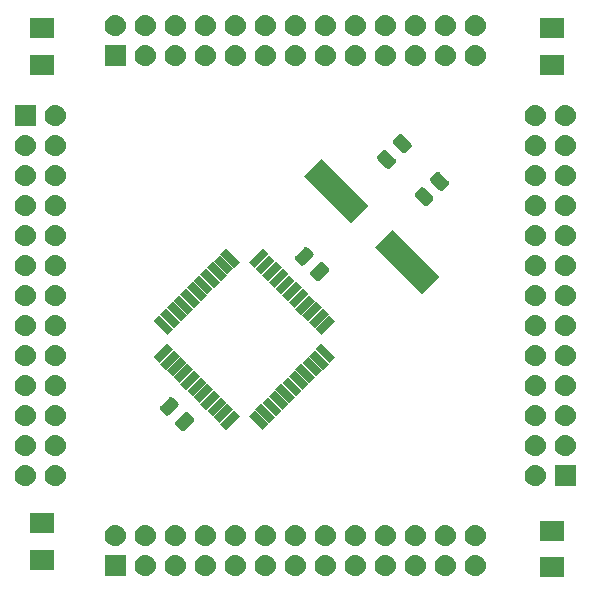
<source format=gbr>
G04 #@! TF.GenerationSoftware,KiCad,Pcbnew,(5.1.2)-2*
G04 #@! TF.CreationDate,2019-10-09T20:23:10+02:00*
G04 #@! TF.ProjectId,PIC18F47K42 MCU Card,50494331-3846-4343-974b-3432204d4355,rev?*
G04 #@! TF.SameCoordinates,Original*
G04 #@! TF.FileFunction,Soldermask,Top*
G04 #@! TF.FilePolarity,Negative*
%FSLAX46Y46*%
G04 Gerber Fmt 4.6, Leading zero omitted, Abs format (unit mm)*
G04 Created by KiCad (PCBNEW (5.1.2)-2) date 2019-10-09 20:23:10*
%MOMM*%
%LPD*%
G04 APERTURE LIST*
%ADD10C,0.100000*%
G04 APERTURE END LIST*
D10*
G36*
X180706000Y-122543000D02*
G01*
X178704000Y-122543000D01*
X178704000Y-120841000D01*
X180706000Y-120841000D01*
X180706000Y-122543000D01*
X180706000Y-122543000D01*
G37*
G36*
X173404627Y-120651037D02*
G01*
X173404630Y-120651038D01*
X173574465Y-120702556D01*
X173730990Y-120786221D01*
X173868185Y-120898815D01*
X173980779Y-121036010D01*
X174064444Y-121192535D01*
X174110070Y-121342947D01*
X174115963Y-121362373D01*
X174133359Y-121539000D01*
X174115963Y-121715627D01*
X174115962Y-121715630D01*
X174064444Y-121885465D01*
X173980779Y-122041990D01*
X173868185Y-122179185D01*
X173730990Y-122291779D01*
X173574465Y-122375444D01*
X173424053Y-122421070D01*
X173404627Y-122426963D01*
X173272258Y-122440000D01*
X173183742Y-122440000D01*
X173051373Y-122426963D01*
X173031947Y-122421070D01*
X172881535Y-122375444D01*
X172725010Y-122291779D01*
X172587815Y-122179185D01*
X172475221Y-122041990D01*
X172391556Y-121885465D01*
X172340038Y-121715630D01*
X172340037Y-121715627D01*
X172322641Y-121539000D01*
X172340037Y-121362373D01*
X172345930Y-121342947D01*
X172391556Y-121192535D01*
X172475221Y-121036010D01*
X172587815Y-120898815D01*
X172725010Y-120786221D01*
X172881535Y-120702556D01*
X173051370Y-120651038D01*
X173051373Y-120651037D01*
X173183742Y-120638000D01*
X173272258Y-120638000D01*
X173404627Y-120651037D01*
X173404627Y-120651037D01*
G37*
G36*
X148004627Y-120651037D02*
G01*
X148004630Y-120651038D01*
X148174465Y-120702556D01*
X148330990Y-120786221D01*
X148468185Y-120898815D01*
X148580779Y-121036010D01*
X148664444Y-121192535D01*
X148710070Y-121342947D01*
X148715963Y-121362373D01*
X148733359Y-121539000D01*
X148715963Y-121715627D01*
X148715962Y-121715630D01*
X148664444Y-121885465D01*
X148580779Y-122041990D01*
X148468185Y-122179185D01*
X148330990Y-122291779D01*
X148174465Y-122375444D01*
X148024053Y-122421070D01*
X148004627Y-122426963D01*
X147872258Y-122440000D01*
X147783742Y-122440000D01*
X147651373Y-122426963D01*
X147631947Y-122421070D01*
X147481535Y-122375444D01*
X147325010Y-122291779D01*
X147187815Y-122179185D01*
X147075221Y-122041990D01*
X146991556Y-121885465D01*
X146940038Y-121715630D01*
X146940037Y-121715627D01*
X146922641Y-121539000D01*
X146940037Y-121362373D01*
X146945930Y-121342947D01*
X146991556Y-121192535D01*
X147075221Y-121036010D01*
X147187815Y-120898815D01*
X147325010Y-120786221D01*
X147481535Y-120702556D01*
X147651370Y-120651038D01*
X147651373Y-120651037D01*
X147783742Y-120638000D01*
X147872258Y-120638000D01*
X148004627Y-120651037D01*
X148004627Y-120651037D01*
G37*
G36*
X158164627Y-120651037D02*
G01*
X158164630Y-120651038D01*
X158334465Y-120702556D01*
X158490990Y-120786221D01*
X158628185Y-120898815D01*
X158740779Y-121036010D01*
X158824444Y-121192535D01*
X158870070Y-121342947D01*
X158875963Y-121362373D01*
X158893359Y-121539000D01*
X158875963Y-121715627D01*
X158875962Y-121715630D01*
X158824444Y-121885465D01*
X158740779Y-122041990D01*
X158628185Y-122179185D01*
X158490990Y-122291779D01*
X158334465Y-122375444D01*
X158184053Y-122421070D01*
X158164627Y-122426963D01*
X158032258Y-122440000D01*
X157943742Y-122440000D01*
X157811373Y-122426963D01*
X157791947Y-122421070D01*
X157641535Y-122375444D01*
X157485010Y-122291779D01*
X157347815Y-122179185D01*
X157235221Y-122041990D01*
X157151556Y-121885465D01*
X157100038Y-121715630D01*
X157100037Y-121715627D01*
X157082641Y-121539000D01*
X157100037Y-121362373D01*
X157105930Y-121342947D01*
X157151556Y-121192535D01*
X157235221Y-121036010D01*
X157347815Y-120898815D01*
X157485010Y-120786221D01*
X157641535Y-120702556D01*
X157811370Y-120651038D01*
X157811373Y-120651037D01*
X157943742Y-120638000D01*
X158032258Y-120638000D01*
X158164627Y-120651037D01*
X158164627Y-120651037D01*
G37*
G36*
X160704627Y-120651037D02*
G01*
X160704630Y-120651038D01*
X160874465Y-120702556D01*
X161030990Y-120786221D01*
X161168185Y-120898815D01*
X161280779Y-121036010D01*
X161364444Y-121192535D01*
X161410070Y-121342947D01*
X161415963Y-121362373D01*
X161433359Y-121539000D01*
X161415963Y-121715627D01*
X161415962Y-121715630D01*
X161364444Y-121885465D01*
X161280779Y-122041990D01*
X161168185Y-122179185D01*
X161030990Y-122291779D01*
X160874465Y-122375444D01*
X160724053Y-122421070D01*
X160704627Y-122426963D01*
X160572258Y-122440000D01*
X160483742Y-122440000D01*
X160351373Y-122426963D01*
X160331947Y-122421070D01*
X160181535Y-122375444D01*
X160025010Y-122291779D01*
X159887815Y-122179185D01*
X159775221Y-122041990D01*
X159691556Y-121885465D01*
X159640038Y-121715630D01*
X159640037Y-121715627D01*
X159622641Y-121539000D01*
X159640037Y-121362373D01*
X159645930Y-121342947D01*
X159691556Y-121192535D01*
X159775221Y-121036010D01*
X159887815Y-120898815D01*
X160025010Y-120786221D01*
X160181535Y-120702556D01*
X160351370Y-120651038D01*
X160351373Y-120651037D01*
X160483742Y-120638000D01*
X160572258Y-120638000D01*
X160704627Y-120651037D01*
X160704627Y-120651037D01*
G37*
G36*
X170864627Y-120651037D02*
G01*
X170864630Y-120651038D01*
X171034465Y-120702556D01*
X171190990Y-120786221D01*
X171328185Y-120898815D01*
X171440779Y-121036010D01*
X171524444Y-121192535D01*
X171570070Y-121342947D01*
X171575963Y-121362373D01*
X171593359Y-121539000D01*
X171575963Y-121715627D01*
X171575962Y-121715630D01*
X171524444Y-121885465D01*
X171440779Y-122041990D01*
X171328185Y-122179185D01*
X171190990Y-122291779D01*
X171034465Y-122375444D01*
X170884053Y-122421070D01*
X170864627Y-122426963D01*
X170732258Y-122440000D01*
X170643742Y-122440000D01*
X170511373Y-122426963D01*
X170491947Y-122421070D01*
X170341535Y-122375444D01*
X170185010Y-122291779D01*
X170047815Y-122179185D01*
X169935221Y-122041990D01*
X169851556Y-121885465D01*
X169800038Y-121715630D01*
X169800037Y-121715627D01*
X169782641Y-121539000D01*
X169800037Y-121362373D01*
X169805930Y-121342947D01*
X169851556Y-121192535D01*
X169935221Y-121036010D01*
X170047815Y-120898815D01*
X170185010Y-120786221D01*
X170341535Y-120702556D01*
X170511370Y-120651038D01*
X170511373Y-120651037D01*
X170643742Y-120638000D01*
X170732258Y-120638000D01*
X170864627Y-120651037D01*
X170864627Y-120651037D01*
G37*
G36*
X143649000Y-122440000D02*
G01*
X141847000Y-122440000D01*
X141847000Y-120638000D01*
X143649000Y-120638000D01*
X143649000Y-122440000D01*
X143649000Y-122440000D01*
G37*
G36*
X145464627Y-120651037D02*
G01*
X145464630Y-120651038D01*
X145634465Y-120702556D01*
X145790990Y-120786221D01*
X145928185Y-120898815D01*
X146040779Y-121036010D01*
X146124444Y-121192535D01*
X146170070Y-121342947D01*
X146175963Y-121362373D01*
X146193359Y-121539000D01*
X146175963Y-121715627D01*
X146175962Y-121715630D01*
X146124444Y-121885465D01*
X146040779Y-122041990D01*
X145928185Y-122179185D01*
X145790990Y-122291779D01*
X145634465Y-122375444D01*
X145484053Y-122421070D01*
X145464627Y-122426963D01*
X145332258Y-122440000D01*
X145243742Y-122440000D01*
X145111373Y-122426963D01*
X145091947Y-122421070D01*
X144941535Y-122375444D01*
X144785010Y-122291779D01*
X144647815Y-122179185D01*
X144535221Y-122041990D01*
X144451556Y-121885465D01*
X144400038Y-121715630D01*
X144400037Y-121715627D01*
X144382641Y-121539000D01*
X144400037Y-121362373D01*
X144405930Y-121342947D01*
X144451556Y-121192535D01*
X144535221Y-121036010D01*
X144647815Y-120898815D01*
X144785010Y-120786221D01*
X144941535Y-120702556D01*
X145111370Y-120651038D01*
X145111373Y-120651037D01*
X145243742Y-120638000D01*
X145332258Y-120638000D01*
X145464627Y-120651037D01*
X145464627Y-120651037D01*
G37*
G36*
X163244627Y-120651037D02*
G01*
X163244630Y-120651038D01*
X163414465Y-120702556D01*
X163570990Y-120786221D01*
X163708185Y-120898815D01*
X163820779Y-121036010D01*
X163904444Y-121192535D01*
X163950070Y-121342947D01*
X163955963Y-121362373D01*
X163973359Y-121539000D01*
X163955963Y-121715627D01*
X163955962Y-121715630D01*
X163904444Y-121885465D01*
X163820779Y-122041990D01*
X163708185Y-122179185D01*
X163570990Y-122291779D01*
X163414465Y-122375444D01*
X163264053Y-122421070D01*
X163244627Y-122426963D01*
X163112258Y-122440000D01*
X163023742Y-122440000D01*
X162891373Y-122426963D01*
X162871947Y-122421070D01*
X162721535Y-122375444D01*
X162565010Y-122291779D01*
X162427815Y-122179185D01*
X162315221Y-122041990D01*
X162231556Y-121885465D01*
X162180038Y-121715630D01*
X162180037Y-121715627D01*
X162162641Y-121539000D01*
X162180037Y-121362373D01*
X162185930Y-121342947D01*
X162231556Y-121192535D01*
X162315221Y-121036010D01*
X162427815Y-120898815D01*
X162565010Y-120786221D01*
X162721535Y-120702556D01*
X162891370Y-120651038D01*
X162891373Y-120651037D01*
X163023742Y-120638000D01*
X163112258Y-120638000D01*
X163244627Y-120651037D01*
X163244627Y-120651037D01*
G37*
G36*
X168324627Y-120651037D02*
G01*
X168324630Y-120651038D01*
X168494465Y-120702556D01*
X168650990Y-120786221D01*
X168788185Y-120898815D01*
X168900779Y-121036010D01*
X168984444Y-121192535D01*
X169030070Y-121342947D01*
X169035963Y-121362373D01*
X169053359Y-121539000D01*
X169035963Y-121715627D01*
X169035962Y-121715630D01*
X168984444Y-121885465D01*
X168900779Y-122041990D01*
X168788185Y-122179185D01*
X168650990Y-122291779D01*
X168494465Y-122375444D01*
X168344053Y-122421070D01*
X168324627Y-122426963D01*
X168192258Y-122440000D01*
X168103742Y-122440000D01*
X167971373Y-122426963D01*
X167951947Y-122421070D01*
X167801535Y-122375444D01*
X167645010Y-122291779D01*
X167507815Y-122179185D01*
X167395221Y-122041990D01*
X167311556Y-121885465D01*
X167260038Y-121715630D01*
X167260037Y-121715627D01*
X167242641Y-121539000D01*
X167260037Y-121362373D01*
X167265930Y-121342947D01*
X167311556Y-121192535D01*
X167395221Y-121036010D01*
X167507815Y-120898815D01*
X167645010Y-120786221D01*
X167801535Y-120702556D01*
X167971370Y-120651038D01*
X167971373Y-120651037D01*
X168103742Y-120638000D01*
X168192258Y-120638000D01*
X168324627Y-120651037D01*
X168324627Y-120651037D01*
G37*
G36*
X165784627Y-120651037D02*
G01*
X165784630Y-120651038D01*
X165954465Y-120702556D01*
X166110990Y-120786221D01*
X166248185Y-120898815D01*
X166360779Y-121036010D01*
X166444444Y-121192535D01*
X166490070Y-121342947D01*
X166495963Y-121362373D01*
X166513359Y-121539000D01*
X166495963Y-121715627D01*
X166495962Y-121715630D01*
X166444444Y-121885465D01*
X166360779Y-122041990D01*
X166248185Y-122179185D01*
X166110990Y-122291779D01*
X165954465Y-122375444D01*
X165804053Y-122421070D01*
X165784627Y-122426963D01*
X165652258Y-122440000D01*
X165563742Y-122440000D01*
X165431373Y-122426963D01*
X165411947Y-122421070D01*
X165261535Y-122375444D01*
X165105010Y-122291779D01*
X164967815Y-122179185D01*
X164855221Y-122041990D01*
X164771556Y-121885465D01*
X164720038Y-121715630D01*
X164720037Y-121715627D01*
X164702641Y-121539000D01*
X164720037Y-121362373D01*
X164725930Y-121342947D01*
X164771556Y-121192535D01*
X164855221Y-121036010D01*
X164967815Y-120898815D01*
X165105010Y-120786221D01*
X165261535Y-120702556D01*
X165431370Y-120651038D01*
X165431373Y-120651037D01*
X165563742Y-120638000D01*
X165652258Y-120638000D01*
X165784627Y-120651037D01*
X165784627Y-120651037D01*
G37*
G36*
X153084627Y-120651037D02*
G01*
X153084630Y-120651038D01*
X153254465Y-120702556D01*
X153410990Y-120786221D01*
X153548185Y-120898815D01*
X153660779Y-121036010D01*
X153744444Y-121192535D01*
X153790070Y-121342947D01*
X153795963Y-121362373D01*
X153813359Y-121539000D01*
X153795963Y-121715627D01*
X153795962Y-121715630D01*
X153744444Y-121885465D01*
X153660779Y-122041990D01*
X153548185Y-122179185D01*
X153410990Y-122291779D01*
X153254465Y-122375444D01*
X153104053Y-122421070D01*
X153084627Y-122426963D01*
X152952258Y-122440000D01*
X152863742Y-122440000D01*
X152731373Y-122426963D01*
X152711947Y-122421070D01*
X152561535Y-122375444D01*
X152405010Y-122291779D01*
X152267815Y-122179185D01*
X152155221Y-122041990D01*
X152071556Y-121885465D01*
X152020038Y-121715630D01*
X152020037Y-121715627D01*
X152002641Y-121539000D01*
X152020037Y-121362373D01*
X152025930Y-121342947D01*
X152071556Y-121192535D01*
X152155221Y-121036010D01*
X152267815Y-120898815D01*
X152405010Y-120786221D01*
X152561535Y-120702556D01*
X152731370Y-120651038D01*
X152731373Y-120651037D01*
X152863742Y-120638000D01*
X152952258Y-120638000D01*
X153084627Y-120651037D01*
X153084627Y-120651037D01*
G37*
G36*
X155624627Y-120651037D02*
G01*
X155624630Y-120651038D01*
X155794465Y-120702556D01*
X155950990Y-120786221D01*
X156088185Y-120898815D01*
X156200779Y-121036010D01*
X156284444Y-121192535D01*
X156330070Y-121342947D01*
X156335963Y-121362373D01*
X156353359Y-121539000D01*
X156335963Y-121715627D01*
X156335962Y-121715630D01*
X156284444Y-121885465D01*
X156200779Y-122041990D01*
X156088185Y-122179185D01*
X155950990Y-122291779D01*
X155794465Y-122375444D01*
X155644053Y-122421070D01*
X155624627Y-122426963D01*
X155492258Y-122440000D01*
X155403742Y-122440000D01*
X155271373Y-122426963D01*
X155251947Y-122421070D01*
X155101535Y-122375444D01*
X154945010Y-122291779D01*
X154807815Y-122179185D01*
X154695221Y-122041990D01*
X154611556Y-121885465D01*
X154560038Y-121715630D01*
X154560037Y-121715627D01*
X154542641Y-121539000D01*
X154560037Y-121362373D01*
X154565930Y-121342947D01*
X154611556Y-121192535D01*
X154695221Y-121036010D01*
X154807815Y-120898815D01*
X154945010Y-120786221D01*
X155101535Y-120702556D01*
X155271370Y-120651038D01*
X155271373Y-120651037D01*
X155403742Y-120638000D01*
X155492258Y-120638000D01*
X155624627Y-120651037D01*
X155624627Y-120651037D01*
G37*
G36*
X150544627Y-120651037D02*
G01*
X150544630Y-120651038D01*
X150714465Y-120702556D01*
X150870990Y-120786221D01*
X151008185Y-120898815D01*
X151120779Y-121036010D01*
X151204444Y-121192535D01*
X151250070Y-121342947D01*
X151255963Y-121362373D01*
X151273359Y-121539000D01*
X151255963Y-121715627D01*
X151255962Y-121715630D01*
X151204444Y-121885465D01*
X151120779Y-122041990D01*
X151008185Y-122179185D01*
X150870990Y-122291779D01*
X150714465Y-122375444D01*
X150564053Y-122421070D01*
X150544627Y-122426963D01*
X150412258Y-122440000D01*
X150323742Y-122440000D01*
X150191373Y-122426963D01*
X150171947Y-122421070D01*
X150021535Y-122375444D01*
X149865010Y-122291779D01*
X149727815Y-122179185D01*
X149615221Y-122041990D01*
X149531556Y-121885465D01*
X149480038Y-121715630D01*
X149480037Y-121715627D01*
X149462641Y-121539000D01*
X149480037Y-121362373D01*
X149485930Y-121342947D01*
X149531556Y-121192535D01*
X149615221Y-121036010D01*
X149727815Y-120898815D01*
X149865010Y-120786221D01*
X150021535Y-120702556D01*
X150191370Y-120651038D01*
X150191373Y-120651037D01*
X150323742Y-120638000D01*
X150412258Y-120638000D01*
X150544627Y-120651037D01*
X150544627Y-120651037D01*
G37*
G36*
X137526000Y-121908000D02*
G01*
X135524000Y-121908000D01*
X135524000Y-120206000D01*
X137526000Y-120206000D01*
X137526000Y-121908000D01*
X137526000Y-121908000D01*
G37*
G36*
X148004627Y-118111037D02*
G01*
X148004630Y-118111038D01*
X148174465Y-118162556D01*
X148330990Y-118246221D01*
X148468185Y-118358815D01*
X148580779Y-118496010D01*
X148664444Y-118652535D01*
X148710070Y-118802947D01*
X148715963Y-118822373D01*
X148733359Y-118999000D01*
X148715963Y-119175627D01*
X148715962Y-119175630D01*
X148664444Y-119345465D01*
X148580779Y-119501990D01*
X148468185Y-119639185D01*
X148330990Y-119751779D01*
X148174465Y-119835444D01*
X148024053Y-119881070D01*
X148004627Y-119886963D01*
X147872258Y-119900000D01*
X147783742Y-119900000D01*
X147651373Y-119886963D01*
X147631947Y-119881070D01*
X147481535Y-119835444D01*
X147325010Y-119751779D01*
X147187815Y-119639185D01*
X147075221Y-119501990D01*
X146991556Y-119345465D01*
X146940038Y-119175630D01*
X146940037Y-119175627D01*
X146922641Y-118999000D01*
X146940037Y-118822373D01*
X146945930Y-118802947D01*
X146991556Y-118652535D01*
X147075221Y-118496010D01*
X147187815Y-118358815D01*
X147325010Y-118246221D01*
X147481535Y-118162556D01*
X147651370Y-118111038D01*
X147651373Y-118111037D01*
X147783742Y-118098000D01*
X147872258Y-118098000D01*
X148004627Y-118111037D01*
X148004627Y-118111037D01*
G37*
G36*
X153084627Y-118111037D02*
G01*
X153084630Y-118111038D01*
X153254465Y-118162556D01*
X153410990Y-118246221D01*
X153548185Y-118358815D01*
X153660779Y-118496010D01*
X153744444Y-118652535D01*
X153790070Y-118802947D01*
X153795963Y-118822373D01*
X153813359Y-118999000D01*
X153795963Y-119175627D01*
X153795962Y-119175630D01*
X153744444Y-119345465D01*
X153660779Y-119501990D01*
X153548185Y-119639185D01*
X153410990Y-119751779D01*
X153254465Y-119835444D01*
X153104053Y-119881070D01*
X153084627Y-119886963D01*
X152952258Y-119900000D01*
X152863742Y-119900000D01*
X152731373Y-119886963D01*
X152711947Y-119881070D01*
X152561535Y-119835444D01*
X152405010Y-119751779D01*
X152267815Y-119639185D01*
X152155221Y-119501990D01*
X152071556Y-119345465D01*
X152020038Y-119175630D01*
X152020037Y-119175627D01*
X152002641Y-118999000D01*
X152020037Y-118822373D01*
X152025930Y-118802947D01*
X152071556Y-118652535D01*
X152155221Y-118496010D01*
X152267815Y-118358815D01*
X152405010Y-118246221D01*
X152561535Y-118162556D01*
X152731370Y-118111038D01*
X152731373Y-118111037D01*
X152863742Y-118098000D01*
X152952258Y-118098000D01*
X153084627Y-118111037D01*
X153084627Y-118111037D01*
G37*
G36*
X170864627Y-118111037D02*
G01*
X170864630Y-118111038D01*
X171034465Y-118162556D01*
X171190990Y-118246221D01*
X171328185Y-118358815D01*
X171440779Y-118496010D01*
X171524444Y-118652535D01*
X171570070Y-118802947D01*
X171575963Y-118822373D01*
X171593359Y-118999000D01*
X171575963Y-119175627D01*
X171575962Y-119175630D01*
X171524444Y-119345465D01*
X171440779Y-119501990D01*
X171328185Y-119639185D01*
X171190990Y-119751779D01*
X171034465Y-119835444D01*
X170884053Y-119881070D01*
X170864627Y-119886963D01*
X170732258Y-119900000D01*
X170643742Y-119900000D01*
X170511373Y-119886963D01*
X170491947Y-119881070D01*
X170341535Y-119835444D01*
X170185010Y-119751779D01*
X170047815Y-119639185D01*
X169935221Y-119501990D01*
X169851556Y-119345465D01*
X169800038Y-119175630D01*
X169800037Y-119175627D01*
X169782641Y-118999000D01*
X169800037Y-118822373D01*
X169805930Y-118802947D01*
X169851556Y-118652535D01*
X169935221Y-118496010D01*
X170047815Y-118358815D01*
X170185010Y-118246221D01*
X170341535Y-118162556D01*
X170511370Y-118111038D01*
X170511373Y-118111037D01*
X170643742Y-118098000D01*
X170732258Y-118098000D01*
X170864627Y-118111037D01*
X170864627Y-118111037D01*
G37*
G36*
X163244627Y-118111037D02*
G01*
X163244630Y-118111038D01*
X163414465Y-118162556D01*
X163570990Y-118246221D01*
X163708185Y-118358815D01*
X163820779Y-118496010D01*
X163904444Y-118652535D01*
X163950070Y-118802947D01*
X163955963Y-118822373D01*
X163973359Y-118999000D01*
X163955963Y-119175627D01*
X163955962Y-119175630D01*
X163904444Y-119345465D01*
X163820779Y-119501990D01*
X163708185Y-119639185D01*
X163570990Y-119751779D01*
X163414465Y-119835444D01*
X163264053Y-119881070D01*
X163244627Y-119886963D01*
X163112258Y-119900000D01*
X163023742Y-119900000D01*
X162891373Y-119886963D01*
X162871947Y-119881070D01*
X162721535Y-119835444D01*
X162565010Y-119751779D01*
X162427815Y-119639185D01*
X162315221Y-119501990D01*
X162231556Y-119345465D01*
X162180038Y-119175630D01*
X162180037Y-119175627D01*
X162162641Y-118999000D01*
X162180037Y-118822373D01*
X162185930Y-118802947D01*
X162231556Y-118652535D01*
X162315221Y-118496010D01*
X162427815Y-118358815D01*
X162565010Y-118246221D01*
X162721535Y-118162556D01*
X162891370Y-118111038D01*
X162891373Y-118111037D01*
X163023742Y-118098000D01*
X163112258Y-118098000D01*
X163244627Y-118111037D01*
X163244627Y-118111037D01*
G37*
G36*
X158164627Y-118111037D02*
G01*
X158164630Y-118111038D01*
X158334465Y-118162556D01*
X158490990Y-118246221D01*
X158628185Y-118358815D01*
X158740779Y-118496010D01*
X158824444Y-118652535D01*
X158870070Y-118802947D01*
X158875963Y-118822373D01*
X158893359Y-118999000D01*
X158875963Y-119175627D01*
X158875962Y-119175630D01*
X158824444Y-119345465D01*
X158740779Y-119501990D01*
X158628185Y-119639185D01*
X158490990Y-119751779D01*
X158334465Y-119835444D01*
X158184053Y-119881070D01*
X158164627Y-119886963D01*
X158032258Y-119900000D01*
X157943742Y-119900000D01*
X157811373Y-119886963D01*
X157791947Y-119881070D01*
X157641535Y-119835444D01*
X157485010Y-119751779D01*
X157347815Y-119639185D01*
X157235221Y-119501990D01*
X157151556Y-119345465D01*
X157100038Y-119175630D01*
X157100037Y-119175627D01*
X157082641Y-118999000D01*
X157100037Y-118822373D01*
X157105930Y-118802947D01*
X157151556Y-118652535D01*
X157235221Y-118496010D01*
X157347815Y-118358815D01*
X157485010Y-118246221D01*
X157641535Y-118162556D01*
X157811370Y-118111038D01*
X157811373Y-118111037D01*
X157943742Y-118098000D01*
X158032258Y-118098000D01*
X158164627Y-118111037D01*
X158164627Y-118111037D01*
G37*
G36*
X173404627Y-118111037D02*
G01*
X173404630Y-118111038D01*
X173574465Y-118162556D01*
X173730990Y-118246221D01*
X173868185Y-118358815D01*
X173980779Y-118496010D01*
X174064444Y-118652535D01*
X174110070Y-118802947D01*
X174115963Y-118822373D01*
X174133359Y-118999000D01*
X174115963Y-119175627D01*
X174115962Y-119175630D01*
X174064444Y-119345465D01*
X173980779Y-119501990D01*
X173868185Y-119639185D01*
X173730990Y-119751779D01*
X173574465Y-119835444D01*
X173424053Y-119881070D01*
X173404627Y-119886963D01*
X173272258Y-119900000D01*
X173183742Y-119900000D01*
X173051373Y-119886963D01*
X173031947Y-119881070D01*
X172881535Y-119835444D01*
X172725010Y-119751779D01*
X172587815Y-119639185D01*
X172475221Y-119501990D01*
X172391556Y-119345465D01*
X172340038Y-119175630D01*
X172340037Y-119175627D01*
X172322641Y-118999000D01*
X172340037Y-118822373D01*
X172345930Y-118802947D01*
X172391556Y-118652535D01*
X172475221Y-118496010D01*
X172587815Y-118358815D01*
X172725010Y-118246221D01*
X172881535Y-118162556D01*
X173051370Y-118111038D01*
X173051373Y-118111037D01*
X173183742Y-118098000D01*
X173272258Y-118098000D01*
X173404627Y-118111037D01*
X173404627Y-118111037D01*
G37*
G36*
X165784627Y-118111037D02*
G01*
X165784630Y-118111038D01*
X165954465Y-118162556D01*
X166110990Y-118246221D01*
X166248185Y-118358815D01*
X166360779Y-118496010D01*
X166444444Y-118652535D01*
X166490070Y-118802947D01*
X166495963Y-118822373D01*
X166513359Y-118999000D01*
X166495963Y-119175627D01*
X166495962Y-119175630D01*
X166444444Y-119345465D01*
X166360779Y-119501990D01*
X166248185Y-119639185D01*
X166110990Y-119751779D01*
X165954465Y-119835444D01*
X165804053Y-119881070D01*
X165784627Y-119886963D01*
X165652258Y-119900000D01*
X165563742Y-119900000D01*
X165431373Y-119886963D01*
X165411947Y-119881070D01*
X165261535Y-119835444D01*
X165105010Y-119751779D01*
X164967815Y-119639185D01*
X164855221Y-119501990D01*
X164771556Y-119345465D01*
X164720038Y-119175630D01*
X164720037Y-119175627D01*
X164702641Y-118999000D01*
X164720037Y-118822373D01*
X164725930Y-118802947D01*
X164771556Y-118652535D01*
X164855221Y-118496010D01*
X164967815Y-118358815D01*
X165105010Y-118246221D01*
X165261535Y-118162556D01*
X165431370Y-118111038D01*
X165431373Y-118111037D01*
X165563742Y-118098000D01*
X165652258Y-118098000D01*
X165784627Y-118111037D01*
X165784627Y-118111037D01*
G37*
G36*
X145464627Y-118111037D02*
G01*
X145464630Y-118111038D01*
X145634465Y-118162556D01*
X145790990Y-118246221D01*
X145928185Y-118358815D01*
X146040779Y-118496010D01*
X146124444Y-118652535D01*
X146170070Y-118802947D01*
X146175963Y-118822373D01*
X146193359Y-118999000D01*
X146175963Y-119175627D01*
X146175962Y-119175630D01*
X146124444Y-119345465D01*
X146040779Y-119501990D01*
X145928185Y-119639185D01*
X145790990Y-119751779D01*
X145634465Y-119835444D01*
X145484053Y-119881070D01*
X145464627Y-119886963D01*
X145332258Y-119900000D01*
X145243742Y-119900000D01*
X145111373Y-119886963D01*
X145091947Y-119881070D01*
X144941535Y-119835444D01*
X144785010Y-119751779D01*
X144647815Y-119639185D01*
X144535221Y-119501990D01*
X144451556Y-119345465D01*
X144400038Y-119175630D01*
X144400037Y-119175627D01*
X144382641Y-118999000D01*
X144400037Y-118822373D01*
X144405930Y-118802947D01*
X144451556Y-118652535D01*
X144535221Y-118496010D01*
X144647815Y-118358815D01*
X144785010Y-118246221D01*
X144941535Y-118162556D01*
X145111370Y-118111038D01*
X145111373Y-118111037D01*
X145243742Y-118098000D01*
X145332258Y-118098000D01*
X145464627Y-118111037D01*
X145464627Y-118111037D01*
G37*
G36*
X142924627Y-118111037D02*
G01*
X142924630Y-118111038D01*
X143094465Y-118162556D01*
X143250990Y-118246221D01*
X143388185Y-118358815D01*
X143500779Y-118496010D01*
X143584444Y-118652535D01*
X143630070Y-118802947D01*
X143635963Y-118822373D01*
X143653359Y-118999000D01*
X143635963Y-119175627D01*
X143635962Y-119175630D01*
X143584444Y-119345465D01*
X143500779Y-119501990D01*
X143388185Y-119639185D01*
X143250990Y-119751779D01*
X143094465Y-119835444D01*
X142944053Y-119881070D01*
X142924627Y-119886963D01*
X142792258Y-119900000D01*
X142703742Y-119900000D01*
X142571373Y-119886963D01*
X142551947Y-119881070D01*
X142401535Y-119835444D01*
X142245010Y-119751779D01*
X142107815Y-119639185D01*
X141995221Y-119501990D01*
X141911556Y-119345465D01*
X141860038Y-119175630D01*
X141860037Y-119175627D01*
X141842641Y-118999000D01*
X141860037Y-118822373D01*
X141865930Y-118802947D01*
X141911556Y-118652535D01*
X141995221Y-118496010D01*
X142107815Y-118358815D01*
X142245010Y-118246221D01*
X142401535Y-118162556D01*
X142571370Y-118111038D01*
X142571373Y-118111037D01*
X142703742Y-118098000D01*
X142792258Y-118098000D01*
X142924627Y-118111037D01*
X142924627Y-118111037D01*
G37*
G36*
X168324627Y-118111037D02*
G01*
X168324630Y-118111038D01*
X168494465Y-118162556D01*
X168650990Y-118246221D01*
X168788185Y-118358815D01*
X168900779Y-118496010D01*
X168984444Y-118652535D01*
X169030070Y-118802947D01*
X169035963Y-118822373D01*
X169053359Y-118999000D01*
X169035963Y-119175627D01*
X169035962Y-119175630D01*
X168984444Y-119345465D01*
X168900779Y-119501990D01*
X168788185Y-119639185D01*
X168650990Y-119751779D01*
X168494465Y-119835444D01*
X168344053Y-119881070D01*
X168324627Y-119886963D01*
X168192258Y-119900000D01*
X168103742Y-119900000D01*
X167971373Y-119886963D01*
X167951947Y-119881070D01*
X167801535Y-119835444D01*
X167645010Y-119751779D01*
X167507815Y-119639185D01*
X167395221Y-119501990D01*
X167311556Y-119345465D01*
X167260038Y-119175630D01*
X167260037Y-119175627D01*
X167242641Y-118999000D01*
X167260037Y-118822373D01*
X167265930Y-118802947D01*
X167311556Y-118652535D01*
X167395221Y-118496010D01*
X167507815Y-118358815D01*
X167645010Y-118246221D01*
X167801535Y-118162556D01*
X167971370Y-118111038D01*
X167971373Y-118111037D01*
X168103742Y-118098000D01*
X168192258Y-118098000D01*
X168324627Y-118111037D01*
X168324627Y-118111037D01*
G37*
G36*
X150544627Y-118111037D02*
G01*
X150544630Y-118111038D01*
X150714465Y-118162556D01*
X150870990Y-118246221D01*
X151008185Y-118358815D01*
X151120779Y-118496010D01*
X151204444Y-118652535D01*
X151250070Y-118802947D01*
X151255963Y-118822373D01*
X151273359Y-118999000D01*
X151255963Y-119175627D01*
X151255962Y-119175630D01*
X151204444Y-119345465D01*
X151120779Y-119501990D01*
X151008185Y-119639185D01*
X150870990Y-119751779D01*
X150714465Y-119835444D01*
X150564053Y-119881070D01*
X150544627Y-119886963D01*
X150412258Y-119900000D01*
X150323742Y-119900000D01*
X150191373Y-119886963D01*
X150171947Y-119881070D01*
X150021535Y-119835444D01*
X149865010Y-119751779D01*
X149727815Y-119639185D01*
X149615221Y-119501990D01*
X149531556Y-119345465D01*
X149480038Y-119175630D01*
X149480037Y-119175627D01*
X149462641Y-118999000D01*
X149480037Y-118822373D01*
X149485930Y-118802947D01*
X149531556Y-118652535D01*
X149615221Y-118496010D01*
X149727815Y-118358815D01*
X149865010Y-118246221D01*
X150021535Y-118162556D01*
X150191370Y-118111038D01*
X150191373Y-118111037D01*
X150323742Y-118098000D01*
X150412258Y-118098000D01*
X150544627Y-118111037D01*
X150544627Y-118111037D01*
G37*
G36*
X160704627Y-118111037D02*
G01*
X160704630Y-118111038D01*
X160874465Y-118162556D01*
X161030990Y-118246221D01*
X161168185Y-118358815D01*
X161280779Y-118496010D01*
X161364444Y-118652535D01*
X161410070Y-118802947D01*
X161415963Y-118822373D01*
X161433359Y-118999000D01*
X161415963Y-119175627D01*
X161415962Y-119175630D01*
X161364444Y-119345465D01*
X161280779Y-119501990D01*
X161168185Y-119639185D01*
X161030990Y-119751779D01*
X160874465Y-119835444D01*
X160724053Y-119881070D01*
X160704627Y-119886963D01*
X160572258Y-119900000D01*
X160483742Y-119900000D01*
X160351373Y-119886963D01*
X160331947Y-119881070D01*
X160181535Y-119835444D01*
X160025010Y-119751779D01*
X159887815Y-119639185D01*
X159775221Y-119501990D01*
X159691556Y-119345465D01*
X159640038Y-119175630D01*
X159640037Y-119175627D01*
X159622641Y-118999000D01*
X159640037Y-118822373D01*
X159645930Y-118802947D01*
X159691556Y-118652535D01*
X159775221Y-118496010D01*
X159887815Y-118358815D01*
X160025010Y-118246221D01*
X160181535Y-118162556D01*
X160351370Y-118111038D01*
X160351373Y-118111037D01*
X160483742Y-118098000D01*
X160572258Y-118098000D01*
X160704627Y-118111037D01*
X160704627Y-118111037D01*
G37*
G36*
X155624627Y-118111037D02*
G01*
X155624630Y-118111038D01*
X155794465Y-118162556D01*
X155950990Y-118246221D01*
X156088185Y-118358815D01*
X156200779Y-118496010D01*
X156284444Y-118652535D01*
X156330070Y-118802947D01*
X156335963Y-118822373D01*
X156353359Y-118999000D01*
X156335963Y-119175627D01*
X156335962Y-119175630D01*
X156284444Y-119345465D01*
X156200779Y-119501990D01*
X156088185Y-119639185D01*
X155950990Y-119751779D01*
X155794465Y-119835444D01*
X155644053Y-119881070D01*
X155624627Y-119886963D01*
X155492258Y-119900000D01*
X155403742Y-119900000D01*
X155271373Y-119886963D01*
X155251947Y-119881070D01*
X155101535Y-119835444D01*
X154945010Y-119751779D01*
X154807815Y-119639185D01*
X154695221Y-119501990D01*
X154611556Y-119345465D01*
X154560038Y-119175630D01*
X154560037Y-119175627D01*
X154542641Y-118999000D01*
X154560037Y-118822373D01*
X154565930Y-118802947D01*
X154611556Y-118652535D01*
X154695221Y-118496010D01*
X154807815Y-118358815D01*
X154945010Y-118246221D01*
X155101535Y-118162556D01*
X155271370Y-118111038D01*
X155271373Y-118111037D01*
X155403742Y-118098000D01*
X155492258Y-118098000D01*
X155624627Y-118111037D01*
X155624627Y-118111037D01*
G37*
G36*
X180706000Y-119443000D02*
G01*
X178704000Y-119443000D01*
X178704000Y-117741000D01*
X180706000Y-117741000D01*
X180706000Y-119443000D01*
X180706000Y-119443000D01*
G37*
G36*
X137526000Y-118808000D02*
G01*
X135524000Y-118808000D01*
X135524000Y-117106000D01*
X137526000Y-117106000D01*
X137526000Y-118808000D01*
X137526000Y-118808000D01*
G37*
G36*
X135304627Y-113031037D02*
G01*
X135304630Y-113031038D01*
X135474465Y-113082556D01*
X135630990Y-113166221D01*
X135768185Y-113278815D01*
X135880779Y-113416010D01*
X135964444Y-113572535D01*
X136010070Y-113722947D01*
X136015963Y-113742373D01*
X136033359Y-113919000D01*
X136015963Y-114095627D01*
X136015962Y-114095630D01*
X135964444Y-114265465D01*
X135880779Y-114421990D01*
X135768185Y-114559185D01*
X135630990Y-114671779D01*
X135474465Y-114755444D01*
X135324053Y-114801070D01*
X135304627Y-114806963D01*
X135172258Y-114820000D01*
X135083742Y-114820000D01*
X134951373Y-114806963D01*
X134931947Y-114801070D01*
X134781535Y-114755444D01*
X134625010Y-114671779D01*
X134487815Y-114559185D01*
X134375221Y-114421990D01*
X134291556Y-114265465D01*
X134240038Y-114095630D01*
X134240037Y-114095627D01*
X134222641Y-113919000D01*
X134240037Y-113742373D01*
X134245930Y-113722947D01*
X134291556Y-113572535D01*
X134375221Y-113416010D01*
X134487815Y-113278815D01*
X134625010Y-113166221D01*
X134781535Y-113082556D01*
X134951370Y-113031038D01*
X134951373Y-113031037D01*
X135083742Y-113018000D01*
X135172258Y-113018000D01*
X135304627Y-113031037D01*
X135304627Y-113031037D01*
G37*
G36*
X181749000Y-114820000D02*
G01*
X179947000Y-114820000D01*
X179947000Y-113018000D01*
X181749000Y-113018000D01*
X181749000Y-114820000D01*
X181749000Y-114820000D01*
G37*
G36*
X178484627Y-113031037D02*
G01*
X178484630Y-113031038D01*
X178654465Y-113082556D01*
X178810990Y-113166221D01*
X178948185Y-113278815D01*
X179060779Y-113416010D01*
X179144444Y-113572535D01*
X179190070Y-113722947D01*
X179195963Y-113742373D01*
X179213359Y-113919000D01*
X179195963Y-114095627D01*
X179195962Y-114095630D01*
X179144444Y-114265465D01*
X179060779Y-114421990D01*
X178948185Y-114559185D01*
X178810990Y-114671779D01*
X178654465Y-114755444D01*
X178504053Y-114801070D01*
X178484627Y-114806963D01*
X178352258Y-114820000D01*
X178263742Y-114820000D01*
X178131373Y-114806963D01*
X178111947Y-114801070D01*
X177961535Y-114755444D01*
X177805010Y-114671779D01*
X177667815Y-114559185D01*
X177555221Y-114421990D01*
X177471556Y-114265465D01*
X177420038Y-114095630D01*
X177420037Y-114095627D01*
X177402641Y-113919000D01*
X177420037Y-113742373D01*
X177425930Y-113722947D01*
X177471556Y-113572535D01*
X177555221Y-113416010D01*
X177667815Y-113278815D01*
X177805010Y-113166221D01*
X177961535Y-113082556D01*
X178131370Y-113031038D01*
X178131373Y-113031037D01*
X178263742Y-113018000D01*
X178352258Y-113018000D01*
X178484627Y-113031037D01*
X178484627Y-113031037D01*
G37*
G36*
X137844627Y-113031037D02*
G01*
X137844630Y-113031038D01*
X138014465Y-113082556D01*
X138170990Y-113166221D01*
X138308185Y-113278815D01*
X138420779Y-113416010D01*
X138504444Y-113572535D01*
X138550070Y-113722947D01*
X138555963Y-113742373D01*
X138573359Y-113919000D01*
X138555963Y-114095627D01*
X138555962Y-114095630D01*
X138504444Y-114265465D01*
X138420779Y-114421990D01*
X138308185Y-114559185D01*
X138170990Y-114671779D01*
X138014465Y-114755444D01*
X137864053Y-114801070D01*
X137844627Y-114806963D01*
X137712258Y-114820000D01*
X137623742Y-114820000D01*
X137491373Y-114806963D01*
X137471947Y-114801070D01*
X137321535Y-114755444D01*
X137165010Y-114671779D01*
X137027815Y-114559185D01*
X136915221Y-114421990D01*
X136831556Y-114265465D01*
X136780038Y-114095630D01*
X136780037Y-114095627D01*
X136762641Y-113919000D01*
X136780037Y-113742373D01*
X136785930Y-113722947D01*
X136831556Y-113572535D01*
X136915221Y-113416010D01*
X137027815Y-113278815D01*
X137165010Y-113166221D01*
X137321535Y-113082556D01*
X137491370Y-113031038D01*
X137491373Y-113031037D01*
X137623742Y-113018000D01*
X137712258Y-113018000D01*
X137844627Y-113031037D01*
X137844627Y-113031037D01*
G37*
G36*
X137844627Y-110491037D02*
G01*
X137844630Y-110491038D01*
X138014465Y-110542556D01*
X138170990Y-110626221D01*
X138308185Y-110738815D01*
X138420779Y-110876010D01*
X138504444Y-111032535D01*
X138550070Y-111182947D01*
X138555963Y-111202373D01*
X138573359Y-111379000D01*
X138555963Y-111555627D01*
X138555962Y-111555630D01*
X138504444Y-111725465D01*
X138420779Y-111881990D01*
X138308185Y-112019185D01*
X138170990Y-112131779D01*
X138014465Y-112215444D01*
X137864053Y-112261070D01*
X137844627Y-112266963D01*
X137712258Y-112280000D01*
X137623742Y-112280000D01*
X137491373Y-112266963D01*
X137471947Y-112261070D01*
X137321535Y-112215444D01*
X137165010Y-112131779D01*
X137027815Y-112019185D01*
X136915221Y-111881990D01*
X136831556Y-111725465D01*
X136780038Y-111555630D01*
X136780037Y-111555627D01*
X136762641Y-111379000D01*
X136780037Y-111202373D01*
X136785930Y-111182947D01*
X136831556Y-111032535D01*
X136915221Y-110876010D01*
X137027815Y-110738815D01*
X137165010Y-110626221D01*
X137321535Y-110542556D01*
X137491370Y-110491038D01*
X137491373Y-110491037D01*
X137623742Y-110478000D01*
X137712258Y-110478000D01*
X137844627Y-110491037D01*
X137844627Y-110491037D01*
G37*
G36*
X178484627Y-110491037D02*
G01*
X178484630Y-110491038D01*
X178654465Y-110542556D01*
X178810990Y-110626221D01*
X178948185Y-110738815D01*
X179060779Y-110876010D01*
X179144444Y-111032535D01*
X179190070Y-111182947D01*
X179195963Y-111202373D01*
X179213359Y-111379000D01*
X179195963Y-111555627D01*
X179195962Y-111555630D01*
X179144444Y-111725465D01*
X179060779Y-111881990D01*
X178948185Y-112019185D01*
X178810990Y-112131779D01*
X178654465Y-112215444D01*
X178504053Y-112261070D01*
X178484627Y-112266963D01*
X178352258Y-112280000D01*
X178263742Y-112280000D01*
X178131373Y-112266963D01*
X178111947Y-112261070D01*
X177961535Y-112215444D01*
X177805010Y-112131779D01*
X177667815Y-112019185D01*
X177555221Y-111881990D01*
X177471556Y-111725465D01*
X177420038Y-111555630D01*
X177420037Y-111555627D01*
X177402641Y-111379000D01*
X177420037Y-111202373D01*
X177425930Y-111182947D01*
X177471556Y-111032535D01*
X177555221Y-110876010D01*
X177667815Y-110738815D01*
X177805010Y-110626221D01*
X177961535Y-110542556D01*
X178131370Y-110491038D01*
X178131373Y-110491037D01*
X178263742Y-110478000D01*
X178352258Y-110478000D01*
X178484627Y-110491037D01*
X178484627Y-110491037D01*
G37*
G36*
X135304627Y-110491037D02*
G01*
X135304630Y-110491038D01*
X135474465Y-110542556D01*
X135630990Y-110626221D01*
X135768185Y-110738815D01*
X135880779Y-110876010D01*
X135964444Y-111032535D01*
X136010070Y-111182947D01*
X136015963Y-111202373D01*
X136033359Y-111379000D01*
X136015963Y-111555627D01*
X136015962Y-111555630D01*
X135964444Y-111725465D01*
X135880779Y-111881990D01*
X135768185Y-112019185D01*
X135630990Y-112131779D01*
X135474465Y-112215444D01*
X135324053Y-112261070D01*
X135304627Y-112266963D01*
X135172258Y-112280000D01*
X135083742Y-112280000D01*
X134951373Y-112266963D01*
X134931947Y-112261070D01*
X134781535Y-112215444D01*
X134625010Y-112131779D01*
X134487815Y-112019185D01*
X134375221Y-111881990D01*
X134291556Y-111725465D01*
X134240038Y-111555630D01*
X134240037Y-111555627D01*
X134222641Y-111379000D01*
X134240037Y-111202373D01*
X134245930Y-111182947D01*
X134291556Y-111032535D01*
X134375221Y-110876010D01*
X134487815Y-110738815D01*
X134625010Y-110626221D01*
X134781535Y-110542556D01*
X134951370Y-110491038D01*
X134951373Y-110491037D01*
X135083742Y-110478000D01*
X135172258Y-110478000D01*
X135304627Y-110491037D01*
X135304627Y-110491037D01*
G37*
G36*
X181024627Y-110491037D02*
G01*
X181024630Y-110491038D01*
X181194465Y-110542556D01*
X181350990Y-110626221D01*
X181488185Y-110738815D01*
X181600779Y-110876010D01*
X181684444Y-111032535D01*
X181730070Y-111182947D01*
X181735963Y-111202373D01*
X181753359Y-111379000D01*
X181735963Y-111555627D01*
X181735962Y-111555630D01*
X181684444Y-111725465D01*
X181600779Y-111881990D01*
X181488185Y-112019185D01*
X181350990Y-112131779D01*
X181194465Y-112215444D01*
X181044053Y-112261070D01*
X181024627Y-112266963D01*
X180892258Y-112280000D01*
X180803742Y-112280000D01*
X180671373Y-112266963D01*
X180651947Y-112261070D01*
X180501535Y-112215444D01*
X180345010Y-112131779D01*
X180207815Y-112019185D01*
X180095221Y-111881990D01*
X180011556Y-111725465D01*
X179960038Y-111555630D01*
X179960037Y-111555627D01*
X179942641Y-111379000D01*
X179960037Y-111202373D01*
X179965930Y-111182947D01*
X180011556Y-111032535D01*
X180095221Y-110876010D01*
X180207815Y-110738815D01*
X180345010Y-110626221D01*
X180501535Y-110542556D01*
X180671370Y-110491038D01*
X180671373Y-110491037D01*
X180803742Y-110478000D01*
X180892258Y-110478000D01*
X181024627Y-110491037D01*
X181024627Y-110491037D01*
G37*
G36*
X148818203Y-108574416D02*
G01*
X148866302Y-108589006D01*
X148910635Y-108612703D01*
X148950463Y-108645389D01*
X148958556Y-108653482D01*
X148958562Y-108653487D01*
X149339339Y-109034264D01*
X149339344Y-109034270D01*
X149347437Y-109042363D01*
X149380123Y-109082191D01*
X149403820Y-109126524D01*
X149418410Y-109174623D01*
X149423338Y-109224653D01*
X149418410Y-109274683D01*
X149403820Y-109322782D01*
X149380123Y-109367115D01*
X149347437Y-109406943D01*
X149339344Y-109415036D01*
X149339339Y-109415042D01*
X148658042Y-110096339D01*
X148658036Y-110096344D01*
X148649943Y-110104437D01*
X148610115Y-110137123D01*
X148565782Y-110160820D01*
X148517683Y-110175410D01*
X148467653Y-110180338D01*
X148417623Y-110175410D01*
X148369524Y-110160820D01*
X148325191Y-110137123D01*
X148285363Y-110104437D01*
X148277270Y-110096344D01*
X148277264Y-110096339D01*
X147896487Y-109715562D01*
X147896482Y-109715556D01*
X147888389Y-109707463D01*
X147855703Y-109667635D01*
X147832006Y-109623302D01*
X147817416Y-109575203D01*
X147812488Y-109525173D01*
X147817416Y-109475143D01*
X147832006Y-109427044D01*
X147855703Y-109382711D01*
X147888389Y-109342883D01*
X147896482Y-109334790D01*
X147896487Y-109334784D01*
X148577784Y-108653487D01*
X148577790Y-108653482D01*
X148585883Y-108645389D01*
X148625711Y-108612703D01*
X148670044Y-108589006D01*
X148718143Y-108574416D01*
X148768173Y-108569488D01*
X148818203Y-108574416D01*
X148818203Y-108574416D01*
G37*
G36*
X153300466Y-108885060D02*
G01*
X152132042Y-110053484D01*
X151635370Y-109556812D01*
X152803794Y-108388388D01*
X153300466Y-108885060D01*
X153300466Y-108885060D01*
G37*
G36*
X155704630Y-109556812D02*
G01*
X155207958Y-110053484D01*
X154039534Y-108885060D01*
X154536206Y-108388388D01*
X155704630Y-109556812D01*
X155704630Y-109556812D01*
G37*
G36*
X178484627Y-107951037D02*
G01*
X178484630Y-107951038D01*
X178654465Y-108002556D01*
X178810990Y-108086221D01*
X178948185Y-108198815D01*
X179060779Y-108336010D01*
X179144444Y-108492535D01*
X179180896Y-108612703D01*
X179195963Y-108662373D01*
X179213359Y-108839000D01*
X179195963Y-109015627D01*
X179195962Y-109015630D01*
X179144444Y-109185465D01*
X179060779Y-109341990D01*
X178948185Y-109479185D01*
X178810990Y-109591779D01*
X178654465Y-109675444D01*
X178522211Y-109715562D01*
X178484627Y-109726963D01*
X178352258Y-109740000D01*
X178263742Y-109740000D01*
X178131373Y-109726963D01*
X178093789Y-109715562D01*
X177961535Y-109675444D01*
X177805010Y-109591779D01*
X177667815Y-109479185D01*
X177555221Y-109341990D01*
X177471556Y-109185465D01*
X177420038Y-109015630D01*
X177420037Y-109015627D01*
X177402641Y-108839000D01*
X177420037Y-108662373D01*
X177435104Y-108612703D01*
X177471556Y-108492535D01*
X177555221Y-108336010D01*
X177667815Y-108198815D01*
X177805010Y-108086221D01*
X177961535Y-108002556D01*
X178131370Y-107951038D01*
X178131373Y-107951037D01*
X178263742Y-107938000D01*
X178352258Y-107938000D01*
X178484627Y-107951037D01*
X178484627Y-107951037D01*
G37*
G36*
X135304627Y-107951037D02*
G01*
X135304630Y-107951038D01*
X135474465Y-108002556D01*
X135630990Y-108086221D01*
X135768185Y-108198815D01*
X135880779Y-108336010D01*
X135964444Y-108492535D01*
X136000896Y-108612703D01*
X136015963Y-108662373D01*
X136033359Y-108839000D01*
X136015963Y-109015627D01*
X136015962Y-109015630D01*
X135964444Y-109185465D01*
X135880779Y-109341990D01*
X135768185Y-109479185D01*
X135630990Y-109591779D01*
X135474465Y-109675444D01*
X135342211Y-109715562D01*
X135304627Y-109726963D01*
X135172258Y-109740000D01*
X135083742Y-109740000D01*
X134951373Y-109726963D01*
X134913789Y-109715562D01*
X134781535Y-109675444D01*
X134625010Y-109591779D01*
X134487815Y-109479185D01*
X134375221Y-109341990D01*
X134291556Y-109185465D01*
X134240038Y-109015630D01*
X134240037Y-109015627D01*
X134222641Y-108839000D01*
X134240037Y-108662373D01*
X134255104Y-108612703D01*
X134291556Y-108492535D01*
X134375221Y-108336010D01*
X134487815Y-108198815D01*
X134625010Y-108086221D01*
X134781535Y-108002556D01*
X134951370Y-107951038D01*
X134951373Y-107951037D01*
X135083742Y-107938000D01*
X135172258Y-107938000D01*
X135304627Y-107951037D01*
X135304627Y-107951037D01*
G37*
G36*
X137844627Y-107951037D02*
G01*
X137844630Y-107951038D01*
X138014465Y-108002556D01*
X138170990Y-108086221D01*
X138308185Y-108198815D01*
X138420779Y-108336010D01*
X138504444Y-108492535D01*
X138540896Y-108612703D01*
X138555963Y-108662373D01*
X138573359Y-108839000D01*
X138555963Y-109015627D01*
X138555962Y-109015630D01*
X138504444Y-109185465D01*
X138420779Y-109341990D01*
X138308185Y-109479185D01*
X138170990Y-109591779D01*
X138014465Y-109675444D01*
X137882211Y-109715562D01*
X137844627Y-109726963D01*
X137712258Y-109740000D01*
X137623742Y-109740000D01*
X137491373Y-109726963D01*
X137453789Y-109715562D01*
X137321535Y-109675444D01*
X137165010Y-109591779D01*
X137027815Y-109479185D01*
X136915221Y-109341990D01*
X136831556Y-109185465D01*
X136780038Y-109015630D01*
X136780037Y-109015627D01*
X136762641Y-108839000D01*
X136780037Y-108662373D01*
X136795104Y-108612703D01*
X136831556Y-108492535D01*
X136915221Y-108336010D01*
X137027815Y-108198815D01*
X137165010Y-108086221D01*
X137321535Y-108002556D01*
X137491370Y-107951038D01*
X137491373Y-107951037D01*
X137623742Y-107938000D01*
X137712258Y-107938000D01*
X137844627Y-107951037D01*
X137844627Y-107951037D01*
G37*
G36*
X181024627Y-107951037D02*
G01*
X181024630Y-107951038D01*
X181194465Y-108002556D01*
X181350990Y-108086221D01*
X181488185Y-108198815D01*
X181600779Y-108336010D01*
X181684444Y-108492535D01*
X181720896Y-108612703D01*
X181735963Y-108662373D01*
X181753359Y-108839000D01*
X181735963Y-109015627D01*
X181735962Y-109015630D01*
X181684444Y-109185465D01*
X181600779Y-109341990D01*
X181488185Y-109479185D01*
X181350990Y-109591779D01*
X181194465Y-109675444D01*
X181062211Y-109715562D01*
X181024627Y-109726963D01*
X180892258Y-109740000D01*
X180803742Y-109740000D01*
X180671373Y-109726963D01*
X180633789Y-109715562D01*
X180501535Y-109675444D01*
X180345010Y-109591779D01*
X180207815Y-109479185D01*
X180095221Y-109341990D01*
X180011556Y-109185465D01*
X179960038Y-109015630D01*
X179960037Y-109015627D01*
X179942641Y-108839000D01*
X179960037Y-108662373D01*
X179975104Y-108612703D01*
X180011556Y-108492535D01*
X180095221Y-108336010D01*
X180207815Y-108198815D01*
X180345010Y-108086221D01*
X180501535Y-108002556D01*
X180671370Y-107951038D01*
X180671373Y-107951037D01*
X180803742Y-107938000D01*
X180892258Y-107938000D01*
X181024627Y-107951037D01*
X181024627Y-107951037D01*
G37*
G36*
X156270315Y-108991126D02*
G01*
X155773643Y-109487798D01*
X154605219Y-108319374D01*
X155101891Y-107822702D01*
X156270315Y-108991126D01*
X156270315Y-108991126D01*
G37*
G36*
X152734781Y-108319374D02*
G01*
X151566357Y-109487798D01*
X151069685Y-108991126D01*
X152238109Y-107822702D01*
X152734781Y-108319374D01*
X152734781Y-108319374D01*
G37*
G36*
X152169096Y-107753689D02*
G01*
X151000672Y-108922113D01*
X150504000Y-108425441D01*
X151672424Y-107257017D01*
X152169096Y-107753689D01*
X152169096Y-107753689D01*
G37*
G36*
X156836000Y-108425441D02*
G01*
X156339328Y-108922113D01*
X155170904Y-107753689D01*
X155667576Y-107257017D01*
X156836000Y-108425441D01*
X156836000Y-108425441D01*
G37*
G36*
X147492377Y-107248590D02*
G01*
X147540476Y-107263180D01*
X147584809Y-107286877D01*
X147624637Y-107319563D01*
X147632730Y-107327656D01*
X147632736Y-107327661D01*
X148013513Y-107708438D01*
X148013518Y-107708444D01*
X148021611Y-107716537D01*
X148054297Y-107756365D01*
X148077994Y-107800698D01*
X148092584Y-107848797D01*
X148097512Y-107898827D01*
X148092584Y-107948857D01*
X148077994Y-107996956D01*
X148054297Y-108041289D01*
X148021611Y-108081117D01*
X148013518Y-108089210D01*
X148013513Y-108089216D01*
X147332216Y-108770513D01*
X147332210Y-108770518D01*
X147324117Y-108778611D01*
X147284289Y-108811297D01*
X147239956Y-108834994D01*
X147191857Y-108849584D01*
X147141827Y-108854512D01*
X147091797Y-108849584D01*
X147043698Y-108834994D01*
X146999365Y-108811297D01*
X146959537Y-108778611D01*
X146951444Y-108770518D01*
X146951438Y-108770513D01*
X146570661Y-108389736D01*
X146570656Y-108389730D01*
X146562563Y-108381637D01*
X146529877Y-108341809D01*
X146506180Y-108297476D01*
X146491590Y-108249377D01*
X146486662Y-108199347D01*
X146491590Y-108149317D01*
X146506180Y-108101218D01*
X146529877Y-108056885D01*
X146562563Y-108017057D01*
X146570656Y-108008964D01*
X146570661Y-108008958D01*
X147251958Y-107327661D01*
X147251964Y-107327656D01*
X147260057Y-107319563D01*
X147299885Y-107286877D01*
X147344218Y-107263180D01*
X147392317Y-107248590D01*
X147442347Y-107243662D01*
X147492377Y-107248590D01*
X147492377Y-107248590D01*
G37*
G36*
X151603410Y-107188004D02*
G01*
X150434986Y-108356428D01*
X149938314Y-107859756D01*
X151106738Y-106691332D01*
X151603410Y-107188004D01*
X151603410Y-107188004D01*
G37*
G36*
X157401686Y-107859756D02*
G01*
X156905014Y-108356428D01*
X155736590Y-107188004D01*
X156233262Y-106691332D01*
X157401686Y-107859756D01*
X157401686Y-107859756D01*
G37*
G36*
X157967371Y-107294070D02*
G01*
X157470699Y-107790742D01*
X156302275Y-106622318D01*
X156798947Y-106125646D01*
X157967371Y-107294070D01*
X157967371Y-107294070D01*
G37*
G36*
X151037725Y-106622318D02*
G01*
X149869301Y-107790742D01*
X149372629Y-107294070D01*
X150541053Y-106125646D01*
X151037725Y-106622318D01*
X151037725Y-106622318D01*
G37*
G36*
X158533057Y-106728385D02*
G01*
X158036385Y-107225057D01*
X156867961Y-106056633D01*
X157364633Y-105559961D01*
X158533057Y-106728385D01*
X158533057Y-106728385D01*
G37*
G36*
X150472039Y-106056633D02*
G01*
X149303615Y-107225057D01*
X148806943Y-106728385D01*
X149975367Y-105559961D01*
X150472039Y-106056633D01*
X150472039Y-106056633D01*
G37*
G36*
X178484627Y-105411037D02*
G01*
X178484630Y-105411038D01*
X178654465Y-105462556D01*
X178810990Y-105546221D01*
X178948185Y-105658815D01*
X179060779Y-105796010D01*
X179144444Y-105952535D01*
X179176021Y-106056633D01*
X179195963Y-106122373D01*
X179213359Y-106299000D01*
X179195963Y-106475627D01*
X179195962Y-106475630D01*
X179144444Y-106645465D01*
X179060779Y-106801990D01*
X178948185Y-106939185D01*
X178810990Y-107051779D01*
X178654465Y-107135444D01*
X178504053Y-107181070D01*
X178484627Y-107186963D01*
X178352258Y-107200000D01*
X178263742Y-107200000D01*
X178131373Y-107186963D01*
X178111947Y-107181070D01*
X177961535Y-107135444D01*
X177805010Y-107051779D01*
X177667815Y-106939185D01*
X177555221Y-106801990D01*
X177471556Y-106645465D01*
X177420038Y-106475630D01*
X177420037Y-106475627D01*
X177402641Y-106299000D01*
X177420037Y-106122373D01*
X177439979Y-106056633D01*
X177471556Y-105952535D01*
X177555221Y-105796010D01*
X177667815Y-105658815D01*
X177805010Y-105546221D01*
X177961535Y-105462556D01*
X178131370Y-105411038D01*
X178131373Y-105411037D01*
X178263742Y-105398000D01*
X178352258Y-105398000D01*
X178484627Y-105411037D01*
X178484627Y-105411037D01*
G37*
G36*
X181024627Y-105411037D02*
G01*
X181024630Y-105411038D01*
X181194465Y-105462556D01*
X181350990Y-105546221D01*
X181488185Y-105658815D01*
X181600779Y-105796010D01*
X181684444Y-105952535D01*
X181716021Y-106056633D01*
X181735963Y-106122373D01*
X181753359Y-106299000D01*
X181735963Y-106475627D01*
X181735962Y-106475630D01*
X181684444Y-106645465D01*
X181600779Y-106801990D01*
X181488185Y-106939185D01*
X181350990Y-107051779D01*
X181194465Y-107135444D01*
X181044053Y-107181070D01*
X181024627Y-107186963D01*
X180892258Y-107200000D01*
X180803742Y-107200000D01*
X180671373Y-107186963D01*
X180651947Y-107181070D01*
X180501535Y-107135444D01*
X180345010Y-107051779D01*
X180207815Y-106939185D01*
X180095221Y-106801990D01*
X180011556Y-106645465D01*
X179960038Y-106475630D01*
X179960037Y-106475627D01*
X179942641Y-106299000D01*
X179960037Y-106122373D01*
X179979979Y-106056633D01*
X180011556Y-105952535D01*
X180095221Y-105796010D01*
X180207815Y-105658815D01*
X180345010Y-105546221D01*
X180501535Y-105462556D01*
X180671370Y-105411038D01*
X180671373Y-105411037D01*
X180803742Y-105398000D01*
X180892258Y-105398000D01*
X181024627Y-105411037D01*
X181024627Y-105411037D01*
G37*
G36*
X135304627Y-105411037D02*
G01*
X135304630Y-105411038D01*
X135474465Y-105462556D01*
X135630990Y-105546221D01*
X135768185Y-105658815D01*
X135880779Y-105796010D01*
X135964444Y-105952535D01*
X135996021Y-106056633D01*
X136015963Y-106122373D01*
X136033359Y-106299000D01*
X136015963Y-106475627D01*
X136015962Y-106475630D01*
X135964444Y-106645465D01*
X135880779Y-106801990D01*
X135768185Y-106939185D01*
X135630990Y-107051779D01*
X135474465Y-107135444D01*
X135324053Y-107181070D01*
X135304627Y-107186963D01*
X135172258Y-107200000D01*
X135083742Y-107200000D01*
X134951373Y-107186963D01*
X134931947Y-107181070D01*
X134781535Y-107135444D01*
X134625010Y-107051779D01*
X134487815Y-106939185D01*
X134375221Y-106801990D01*
X134291556Y-106645465D01*
X134240038Y-106475630D01*
X134240037Y-106475627D01*
X134222641Y-106299000D01*
X134240037Y-106122373D01*
X134259979Y-106056633D01*
X134291556Y-105952535D01*
X134375221Y-105796010D01*
X134487815Y-105658815D01*
X134625010Y-105546221D01*
X134781535Y-105462556D01*
X134951370Y-105411038D01*
X134951373Y-105411037D01*
X135083742Y-105398000D01*
X135172258Y-105398000D01*
X135304627Y-105411037D01*
X135304627Y-105411037D01*
G37*
G36*
X137844627Y-105411037D02*
G01*
X137844630Y-105411038D01*
X138014465Y-105462556D01*
X138170990Y-105546221D01*
X138308185Y-105658815D01*
X138420779Y-105796010D01*
X138504444Y-105952535D01*
X138536021Y-106056633D01*
X138555963Y-106122373D01*
X138573359Y-106299000D01*
X138555963Y-106475627D01*
X138555962Y-106475630D01*
X138504444Y-106645465D01*
X138420779Y-106801990D01*
X138308185Y-106939185D01*
X138170990Y-107051779D01*
X138014465Y-107135444D01*
X137864053Y-107181070D01*
X137844627Y-107186963D01*
X137712258Y-107200000D01*
X137623742Y-107200000D01*
X137491373Y-107186963D01*
X137471947Y-107181070D01*
X137321535Y-107135444D01*
X137165010Y-107051779D01*
X137027815Y-106939185D01*
X136915221Y-106801990D01*
X136831556Y-106645465D01*
X136780038Y-106475630D01*
X136780037Y-106475627D01*
X136762641Y-106299000D01*
X136780037Y-106122373D01*
X136799979Y-106056633D01*
X136831556Y-105952535D01*
X136915221Y-105796010D01*
X137027815Y-105658815D01*
X137165010Y-105546221D01*
X137321535Y-105462556D01*
X137491370Y-105411038D01*
X137491373Y-105411037D01*
X137623742Y-105398000D01*
X137712258Y-105398000D01*
X137844627Y-105411037D01*
X137844627Y-105411037D01*
G37*
G36*
X159098742Y-106162699D02*
G01*
X158602070Y-106659371D01*
X157433646Y-105490947D01*
X157930318Y-104994275D01*
X159098742Y-106162699D01*
X159098742Y-106162699D01*
G37*
G36*
X149906354Y-105490947D02*
G01*
X148737930Y-106659371D01*
X148241258Y-106162699D01*
X149409682Y-104994275D01*
X149906354Y-105490947D01*
X149906354Y-105490947D01*
G37*
G36*
X159664428Y-105597014D02*
G01*
X159167756Y-106093686D01*
X157999332Y-104925262D01*
X158496004Y-104428590D01*
X159664428Y-105597014D01*
X159664428Y-105597014D01*
G37*
G36*
X149340668Y-104925262D02*
G01*
X148172244Y-106093686D01*
X147675572Y-105597014D01*
X148843996Y-104428590D01*
X149340668Y-104925262D01*
X149340668Y-104925262D01*
G37*
G36*
X160230113Y-105031328D02*
G01*
X159733441Y-105528000D01*
X158565017Y-104359576D01*
X159061689Y-103862904D01*
X160230113Y-105031328D01*
X160230113Y-105031328D01*
G37*
G36*
X148774983Y-104359576D02*
G01*
X147606559Y-105528000D01*
X147109887Y-105031328D01*
X148278311Y-103862904D01*
X148774983Y-104359576D01*
X148774983Y-104359576D01*
G37*
G36*
X148209298Y-103793891D02*
G01*
X147040874Y-104962315D01*
X146544202Y-104465643D01*
X147712626Y-103297219D01*
X148209298Y-103793891D01*
X148209298Y-103793891D01*
G37*
G36*
X160795798Y-104465643D02*
G01*
X160299126Y-104962315D01*
X159130702Y-103793891D01*
X159627374Y-103297219D01*
X160795798Y-104465643D01*
X160795798Y-104465643D01*
G37*
G36*
X181024627Y-102871037D02*
G01*
X181024630Y-102871038D01*
X181194465Y-102922556D01*
X181350990Y-103006221D01*
X181488185Y-103118815D01*
X181600779Y-103256010D01*
X181684444Y-103412535D01*
X181730070Y-103562947D01*
X181735963Y-103582373D01*
X181753359Y-103759000D01*
X181735963Y-103935627D01*
X181735962Y-103935630D01*
X181684444Y-104105465D01*
X181600779Y-104261990D01*
X181488185Y-104399185D01*
X181350990Y-104511779D01*
X181194465Y-104595444D01*
X181044053Y-104641070D01*
X181024627Y-104646963D01*
X180892258Y-104660000D01*
X180803742Y-104660000D01*
X180671373Y-104646963D01*
X180651947Y-104641070D01*
X180501535Y-104595444D01*
X180345010Y-104511779D01*
X180207815Y-104399185D01*
X180095221Y-104261990D01*
X180011556Y-104105465D01*
X179960038Y-103935630D01*
X179960037Y-103935627D01*
X179942641Y-103759000D01*
X179960037Y-103582373D01*
X179965930Y-103562947D01*
X180011556Y-103412535D01*
X180095221Y-103256010D01*
X180207815Y-103118815D01*
X180345010Y-103006221D01*
X180501535Y-102922556D01*
X180671370Y-102871038D01*
X180671373Y-102871037D01*
X180803742Y-102858000D01*
X180892258Y-102858000D01*
X181024627Y-102871037D01*
X181024627Y-102871037D01*
G37*
G36*
X178484627Y-102871037D02*
G01*
X178484630Y-102871038D01*
X178654465Y-102922556D01*
X178810990Y-103006221D01*
X178948185Y-103118815D01*
X179060779Y-103256010D01*
X179144444Y-103412535D01*
X179190070Y-103562947D01*
X179195963Y-103582373D01*
X179213359Y-103759000D01*
X179195963Y-103935627D01*
X179195962Y-103935630D01*
X179144444Y-104105465D01*
X179060779Y-104261990D01*
X178948185Y-104399185D01*
X178810990Y-104511779D01*
X178654465Y-104595444D01*
X178504053Y-104641070D01*
X178484627Y-104646963D01*
X178352258Y-104660000D01*
X178263742Y-104660000D01*
X178131373Y-104646963D01*
X178111947Y-104641070D01*
X177961535Y-104595444D01*
X177805010Y-104511779D01*
X177667815Y-104399185D01*
X177555221Y-104261990D01*
X177471556Y-104105465D01*
X177420038Y-103935630D01*
X177420037Y-103935627D01*
X177402641Y-103759000D01*
X177420037Y-103582373D01*
X177425930Y-103562947D01*
X177471556Y-103412535D01*
X177555221Y-103256010D01*
X177667815Y-103118815D01*
X177805010Y-103006221D01*
X177961535Y-102922556D01*
X178131370Y-102871038D01*
X178131373Y-102871037D01*
X178263742Y-102858000D01*
X178352258Y-102858000D01*
X178484627Y-102871037D01*
X178484627Y-102871037D01*
G37*
G36*
X137844627Y-102871037D02*
G01*
X137844630Y-102871038D01*
X138014465Y-102922556D01*
X138170990Y-103006221D01*
X138308185Y-103118815D01*
X138420779Y-103256010D01*
X138504444Y-103412535D01*
X138550070Y-103562947D01*
X138555963Y-103582373D01*
X138573359Y-103759000D01*
X138555963Y-103935627D01*
X138555962Y-103935630D01*
X138504444Y-104105465D01*
X138420779Y-104261990D01*
X138308185Y-104399185D01*
X138170990Y-104511779D01*
X138014465Y-104595444D01*
X137864053Y-104641070D01*
X137844627Y-104646963D01*
X137712258Y-104660000D01*
X137623742Y-104660000D01*
X137491373Y-104646963D01*
X137471947Y-104641070D01*
X137321535Y-104595444D01*
X137165010Y-104511779D01*
X137027815Y-104399185D01*
X136915221Y-104261990D01*
X136831556Y-104105465D01*
X136780038Y-103935630D01*
X136780037Y-103935627D01*
X136762641Y-103759000D01*
X136780037Y-103582373D01*
X136785930Y-103562947D01*
X136831556Y-103412535D01*
X136915221Y-103256010D01*
X137027815Y-103118815D01*
X137165010Y-103006221D01*
X137321535Y-102922556D01*
X137491370Y-102871038D01*
X137491373Y-102871037D01*
X137623742Y-102858000D01*
X137712258Y-102858000D01*
X137844627Y-102871037D01*
X137844627Y-102871037D01*
G37*
G36*
X135304627Y-102871037D02*
G01*
X135304630Y-102871038D01*
X135474465Y-102922556D01*
X135630990Y-103006221D01*
X135768185Y-103118815D01*
X135880779Y-103256010D01*
X135964444Y-103412535D01*
X136010070Y-103562947D01*
X136015963Y-103582373D01*
X136033359Y-103759000D01*
X136015963Y-103935627D01*
X136015962Y-103935630D01*
X135964444Y-104105465D01*
X135880779Y-104261990D01*
X135768185Y-104399185D01*
X135630990Y-104511779D01*
X135474465Y-104595444D01*
X135324053Y-104641070D01*
X135304627Y-104646963D01*
X135172258Y-104660000D01*
X135083742Y-104660000D01*
X134951373Y-104646963D01*
X134931947Y-104641070D01*
X134781535Y-104595444D01*
X134625010Y-104511779D01*
X134487815Y-104399185D01*
X134375221Y-104261990D01*
X134291556Y-104105465D01*
X134240038Y-103935630D01*
X134240037Y-103935627D01*
X134222641Y-103759000D01*
X134240037Y-103582373D01*
X134245930Y-103562947D01*
X134291556Y-103412535D01*
X134375221Y-103256010D01*
X134487815Y-103118815D01*
X134625010Y-103006221D01*
X134781535Y-102922556D01*
X134951370Y-102871038D01*
X134951373Y-102871037D01*
X135083742Y-102858000D01*
X135172258Y-102858000D01*
X135304627Y-102871037D01*
X135304627Y-102871037D01*
G37*
G36*
X161361484Y-103899958D02*
G01*
X160864812Y-104396630D01*
X159696388Y-103228206D01*
X160193060Y-102731534D01*
X161361484Y-103899958D01*
X161361484Y-103899958D01*
G37*
G36*
X147643612Y-103228206D02*
G01*
X146475188Y-104396630D01*
X145978516Y-103899958D01*
X147146940Y-102731534D01*
X147643612Y-103228206D01*
X147643612Y-103228206D01*
G37*
G36*
X178484627Y-100331037D02*
G01*
X178484630Y-100331038D01*
X178654465Y-100382556D01*
X178810990Y-100466221D01*
X178948185Y-100578815D01*
X179060779Y-100716010D01*
X179144444Y-100872535D01*
X179190070Y-101022947D01*
X179195963Y-101042373D01*
X179213359Y-101219000D01*
X179195963Y-101395627D01*
X179195962Y-101395630D01*
X179144444Y-101565465D01*
X179060779Y-101721990D01*
X178948185Y-101859185D01*
X178810990Y-101971779D01*
X178654465Y-102055444D01*
X178504053Y-102101070D01*
X178484627Y-102106963D01*
X178352258Y-102120000D01*
X178263742Y-102120000D01*
X178131373Y-102106963D01*
X178111947Y-102101070D01*
X177961535Y-102055444D01*
X177805010Y-101971779D01*
X177667815Y-101859185D01*
X177555221Y-101721990D01*
X177471556Y-101565465D01*
X177420038Y-101395630D01*
X177420037Y-101395627D01*
X177402641Y-101219000D01*
X177420037Y-101042373D01*
X177425930Y-101022947D01*
X177471556Y-100872535D01*
X177555221Y-100716010D01*
X177667815Y-100578815D01*
X177805010Y-100466221D01*
X177961535Y-100382556D01*
X178131370Y-100331038D01*
X178131373Y-100331037D01*
X178263742Y-100318000D01*
X178352258Y-100318000D01*
X178484627Y-100331037D01*
X178484627Y-100331037D01*
G37*
G36*
X135304627Y-100331037D02*
G01*
X135304630Y-100331038D01*
X135474465Y-100382556D01*
X135630990Y-100466221D01*
X135768185Y-100578815D01*
X135880779Y-100716010D01*
X135964444Y-100872535D01*
X136010070Y-101022947D01*
X136015963Y-101042373D01*
X136033359Y-101219000D01*
X136015963Y-101395627D01*
X136015962Y-101395630D01*
X135964444Y-101565465D01*
X135880779Y-101721990D01*
X135768185Y-101859185D01*
X135630990Y-101971779D01*
X135474465Y-102055444D01*
X135324053Y-102101070D01*
X135304627Y-102106963D01*
X135172258Y-102120000D01*
X135083742Y-102120000D01*
X134951373Y-102106963D01*
X134931947Y-102101070D01*
X134781535Y-102055444D01*
X134625010Y-101971779D01*
X134487815Y-101859185D01*
X134375221Y-101721990D01*
X134291556Y-101565465D01*
X134240038Y-101395630D01*
X134240037Y-101395627D01*
X134222641Y-101219000D01*
X134240037Y-101042373D01*
X134245930Y-101022947D01*
X134291556Y-100872535D01*
X134375221Y-100716010D01*
X134487815Y-100578815D01*
X134625010Y-100466221D01*
X134781535Y-100382556D01*
X134951370Y-100331038D01*
X134951373Y-100331037D01*
X135083742Y-100318000D01*
X135172258Y-100318000D01*
X135304627Y-100331037D01*
X135304627Y-100331037D01*
G37*
G36*
X137844627Y-100331037D02*
G01*
X137844630Y-100331038D01*
X138014465Y-100382556D01*
X138170990Y-100466221D01*
X138308185Y-100578815D01*
X138420779Y-100716010D01*
X138504444Y-100872535D01*
X138550070Y-101022947D01*
X138555963Y-101042373D01*
X138573359Y-101219000D01*
X138555963Y-101395627D01*
X138555962Y-101395630D01*
X138504444Y-101565465D01*
X138420779Y-101721990D01*
X138308185Y-101859185D01*
X138170990Y-101971779D01*
X138014465Y-102055444D01*
X137864053Y-102101070D01*
X137844627Y-102106963D01*
X137712258Y-102120000D01*
X137623742Y-102120000D01*
X137491373Y-102106963D01*
X137471947Y-102101070D01*
X137321535Y-102055444D01*
X137165010Y-101971779D01*
X137027815Y-101859185D01*
X136915221Y-101721990D01*
X136831556Y-101565465D01*
X136780038Y-101395630D01*
X136780037Y-101395627D01*
X136762641Y-101219000D01*
X136780037Y-101042373D01*
X136785930Y-101022947D01*
X136831556Y-100872535D01*
X136915221Y-100716010D01*
X137027815Y-100578815D01*
X137165010Y-100466221D01*
X137321535Y-100382556D01*
X137491370Y-100331038D01*
X137491373Y-100331037D01*
X137623742Y-100318000D01*
X137712258Y-100318000D01*
X137844627Y-100331037D01*
X137844627Y-100331037D01*
G37*
G36*
X181024627Y-100331037D02*
G01*
X181024630Y-100331038D01*
X181194465Y-100382556D01*
X181350990Y-100466221D01*
X181488185Y-100578815D01*
X181600779Y-100716010D01*
X181684444Y-100872535D01*
X181730070Y-101022947D01*
X181735963Y-101042373D01*
X181753359Y-101219000D01*
X181735963Y-101395627D01*
X181735962Y-101395630D01*
X181684444Y-101565465D01*
X181600779Y-101721990D01*
X181488185Y-101859185D01*
X181350990Y-101971779D01*
X181194465Y-102055444D01*
X181044053Y-102101070D01*
X181024627Y-102106963D01*
X180892258Y-102120000D01*
X180803742Y-102120000D01*
X180671373Y-102106963D01*
X180651947Y-102101070D01*
X180501535Y-102055444D01*
X180345010Y-101971779D01*
X180207815Y-101859185D01*
X180095221Y-101721990D01*
X180011556Y-101565465D01*
X179960038Y-101395630D01*
X179960037Y-101395627D01*
X179942641Y-101219000D01*
X179960037Y-101042373D01*
X179965930Y-101022947D01*
X180011556Y-100872535D01*
X180095221Y-100716010D01*
X180207815Y-100578815D01*
X180345010Y-100466221D01*
X180501535Y-100382556D01*
X180671370Y-100331038D01*
X180671373Y-100331037D01*
X180803742Y-100318000D01*
X180892258Y-100318000D01*
X181024627Y-100331037D01*
X181024627Y-100331037D01*
G37*
G36*
X161361484Y-100824042D02*
G01*
X160193060Y-101992466D01*
X159696388Y-101495794D01*
X160864812Y-100327370D01*
X161361484Y-100824042D01*
X161361484Y-100824042D01*
G37*
G36*
X147643612Y-101495794D02*
G01*
X147146940Y-101992466D01*
X145978516Y-100824042D01*
X146475188Y-100327370D01*
X147643612Y-101495794D01*
X147643612Y-101495794D01*
G37*
G36*
X160795798Y-100258357D02*
G01*
X159627374Y-101426781D01*
X159130702Y-100930109D01*
X160299126Y-99761685D01*
X160795798Y-100258357D01*
X160795798Y-100258357D01*
G37*
G36*
X148209298Y-100930109D02*
G01*
X147712626Y-101426781D01*
X146544202Y-100258357D01*
X147040874Y-99761685D01*
X148209298Y-100930109D01*
X148209298Y-100930109D01*
G37*
G36*
X160230113Y-99692672D02*
G01*
X159061689Y-100861096D01*
X158565017Y-100364424D01*
X159733441Y-99196000D01*
X160230113Y-99692672D01*
X160230113Y-99692672D01*
G37*
G36*
X148774983Y-100364424D02*
G01*
X148278311Y-100861096D01*
X147109887Y-99692672D01*
X147606559Y-99196000D01*
X148774983Y-100364424D01*
X148774983Y-100364424D01*
G37*
G36*
X149340668Y-99798738D02*
G01*
X148843996Y-100295410D01*
X147675572Y-99126986D01*
X148172244Y-98630314D01*
X149340668Y-99798738D01*
X149340668Y-99798738D01*
G37*
G36*
X159664428Y-99126986D02*
G01*
X158496004Y-100295410D01*
X157999332Y-99798738D01*
X159167756Y-98630314D01*
X159664428Y-99126986D01*
X159664428Y-99126986D01*
G37*
G36*
X149906354Y-99233053D02*
G01*
X149409682Y-99729725D01*
X148241258Y-98561301D01*
X148737930Y-98064629D01*
X149906354Y-99233053D01*
X149906354Y-99233053D01*
G37*
G36*
X159098742Y-98561301D02*
G01*
X157930318Y-99729725D01*
X157433646Y-99233053D01*
X158602070Y-98064629D01*
X159098742Y-98561301D01*
X159098742Y-98561301D01*
G37*
G36*
X178484627Y-97791037D02*
G01*
X178484630Y-97791038D01*
X178654465Y-97842556D01*
X178810990Y-97926221D01*
X178948185Y-98038815D01*
X179060779Y-98176010D01*
X179144444Y-98332535D01*
X179190070Y-98482947D01*
X179195963Y-98502373D01*
X179213359Y-98679000D01*
X179195963Y-98855627D01*
X179195962Y-98855630D01*
X179144444Y-99025465D01*
X179060779Y-99181990D01*
X178948185Y-99319185D01*
X178810990Y-99431779D01*
X178654465Y-99515444D01*
X178504053Y-99561070D01*
X178484627Y-99566963D01*
X178352258Y-99580000D01*
X178263742Y-99580000D01*
X178131373Y-99566963D01*
X178111947Y-99561070D01*
X177961535Y-99515444D01*
X177805010Y-99431779D01*
X177667815Y-99319185D01*
X177555221Y-99181990D01*
X177471556Y-99025465D01*
X177420038Y-98855630D01*
X177420037Y-98855627D01*
X177402641Y-98679000D01*
X177420037Y-98502373D01*
X177425930Y-98482947D01*
X177471556Y-98332535D01*
X177555221Y-98176010D01*
X177667815Y-98038815D01*
X177805010Y-97926221D01*
X177961535Y-97842556D01*
X178131370Y-97791038D01*
X178131373Y-97791037D01*
X178263742Y-97778000D01*
X178352258Y-97778000D01*
X178484627Y-97791037D01*
X178484627Y-97791037D01*
G37*
G36*
X135304627Y-97791037D02*
G01*
X135304630Y-97791038D01*
X135474465Y-97842556D01*
X135630990Y-97926221D01*
X135768185Y-98038815D01*
X135880779Y-98176010D01*
X135964444Y-98332535D01*
X136010070Y-98482947D01*
X136015963Y-98502373D01*
X136033359Y-98679000D01*
X136015963Y-98855627D01*
X136015962Y-98855630D01*
X135964444Y-99025465D01*
X135880779Y-99181990D01*
X135768185Y-99319185D01*
X135630990Y-99431779D01*
X135474465Y-99515444D01*
X135324053Y-99561070D01*
X135304627Y-99566963D01*
X135172258Y-99580000D01*
X135083742Y-99580000D01*
X134951373Y-99566963D01*
X134931947Y-99561070D01*
X134781535Y-99515444D01*
X134625010Y-99431779D01*
X134487815Y-99319185D01*
X134375221Y-99181990D01*
X134291556Y-99025465D01*
X134240038Y-98855630D01*
X134240037Y-98855627D01*
X134222641Y-98679000D01*
X134240037Y-98502373D01*
X134245930Y-98482947D01*
X134291556Y-98332535D01*
X134375221Y-98176010D01*
X134487815Y-98038815D01*
X134625010Y-97926221D01*
X134781535Y-97842556D01*
X134951370Y-97791038D01*
X134951373Y-97791037D01*
X135083742Y-97778000D01*
X135172258Y-97778000D01*
X135304627Y-97791037D01*
X135304627Y-97791037D01*
G37*
G36*
X137844627Y-97791037D02*
G01*
X137844630Y-97791038D01*
X138014465Y-97842556D01*
X138170990Y-97926221D01*
X138308185Y-98038815D01*
X138420779Y-98176010D01*
X138504444Y-98332535D01*
X138550070Y-98482947D01*
X138555963Y-98502373D01*
X138573359Y-98679000D01*
X138555963Y-98855627D01*
X138555962Y-98855630D01*
X138504444Y-99025465D01*
X138420779Y-99181990D01*
X138308185Y-99319185D01*
X138170990Y-99431779D01*
X138014465Y-99515444D01*
X137864053Y-99561070D01*
X137844627Y-99566963D01*
X137712258Y-99580000D01*
X137623742Y-99580000D01*
X137491373Y-99566963D01*
X137471947Y-99561070D01*
X137321535Y-99515444D01*
X137165010Y-99431779D01*
X137027815Y-99319185D01*
X136915221Y-99181990D01*
X136831556Y-99025465D01*
X136780038Y-98855630D01*
X136780037Y-98855627D01*
X136762641Y-98679000D01*
X136780037Y-98502373D01*
X136785930Y-98482947D01*
X136831556Y-98332535D01*
X136915221Y-98176010D01*
X137027815Y-98038815D01*
X137165010Y-97926221D01*
X137321535Y-97842556D01*
X137491370Y-97791038D01*
X137491373Y-97791037D01*
X137623742Y-97778000D01*
X137712258Y-97778000D01*
X137844627Y-97791037D01*
X137844627Y-97791037D01*
G37*
G36*
X181024627Y-97791037D02*
G01*
X181024630Y-97791038D01*
X181194465Y-97842556D01*
X181350990Y-97926221D01*
X181488185Y-98038815D01*
X181600779Y-98176010D01*
X181684444Y-98332535D01*
X181730070Y-98482947D01*
X181735963Y-98502373D01*
X181753359Y-98679000D01*
X181735963Y-98855627D01*
X181735962Y-98855630D01*
X181684444Y-99025465D01*
X181600779Y-99181990D01*
X181488185Y-99319185D01*
X181350990Y-99431779D01*
X181194465Y-99515444D01*
X181044053Y-99561070D01*
X181024627Y-99566963D01*
X180892258Y-99580000D01*
X180803742Y-99580000D01*
X180671373Y-99566963D01*
X180651947Y-99561070D01*
X180501535Y-99515444D01*
X180345010Y-99431779D01*
X180207815Y-99319185D01*
X180095221Y-99181990D01*
X180011556Y-99025465D01*
X179960038Y-98855630D01*
X179960037Y-98855627D01*
X179942641Y-98679000D01*
X179960037Y-98502373D01*
X179965930Y-98482947D01*
X180011556Y-98332535D01*
X180095221Y-98176010D01*
X180207815Y-98038815D01*
X180345010Y-97926221D01*
X180501535Y-97842556D01*
X180671370Y-97791038D01*
X180671373Y-97791037D01*
X180803742Y-97778000D01*
X180892258Y-97778000D01*
X181024627Y-97791037D01*
X181024627Y-97791037D01*
G37*
G36*
X150472039Y-98667367D02*
G01*
X149975367Y-99164039D01*
X148806943Y-97995615D01*
X149303615Y-97498943D01*
X150472039Y-98667367D01*
X150472039Y-98667367D01*
G37*
G36*
X158533057Y-97995615D02*
G01*
X157364633Y-99164039D01*
X156867961Y-98667367D01*
X158036385Y-97498943D01*
X158533057Y-97995615D01*
X158533057Y-97995615D01*
G37*
G36*
X151037725Y-98101682D02*
G01*
X150541053Y-98598354D01*
X149372629Y-97429930D01*
X149869301Y-96933258D01*
X151037725Y-98101682D01*
X151037725Y-98101682D01*
G37*
G36*
X157967371Y-97429930D02*
G01*
X156798947Y-98598354D01*
X156302275Y-98101682D01*
X157470699Y-96933258D01*
X157967371Y-97429930D01*
X157967371Y-97429930D01*
G37*
G36*
X170193979Y-97079641D02*
G01*
X168707641Y-98565979D01*
X164746429Y-94604767D01*
X166232767Y-93118429D01*
X170193979Y-97079641D01*
X170193979Y-97079641D01*
G37*
G36*
X157401686Y-96864244D02*
G01*
X156233262Y-98032668D01*
X155736590Y-97535996D01*
X156905014Y-96367572D01*
X157401686Y-96864244D01*
X157401686Y-96864244D01*
G37*
G36*
X151603410Y-97535996D02*
G01*
X151106738Y-98032668D01*
X149938314Y-96864244D01*
X150434986Y-96367572D01*
X151603410Y-97535996D01*
X151603410Y-97535996D01*
G37*
G36*
X160248203Y-95874416D02*
G01*
X160296302Y-95889006D01*
X160340635Y-95912703D01*
X160380463Y-95945389D01*
X160388556Y-95953482D01*
X160388562Y-95953487D01*
X160769339Y-96334264D01*
X160769344Y-96334270D01*
X160777437Y-96342363D01*
X160810123Y-96382191D01*
X160833820Y-96426524D01*
X160848410Y-96474623D01*
X160853338Y-96524653D01*
X160848410Y-96574683D01*
X160833820Y-96622782D01*
X160810123Y-96667115D01*
X160777437Y-96706943D01*
X160769344Y-96715036D01*
X160769339Y-96715042D01*
X160088042Y-97396339D01*
X160088036Y-97396344D01*
X160079943Y-97404437D01*
X160040115Y-97437123D01*
X159995782Y-97460820D01*
X159947683Y-97475410D01*
X159897653Y-97480338D01*
X159847623Y-97475410D01*
X159799524Y-97460820D01*
X159755191Y-97437123D01*
X159715363Y-97404437D01*
X159707270Y-97396344D01*
X159707264Y-97396339D01*
X159326487Y-97015562D01*
X159326482Y-97015556D01*
X159318389Y-97007463D01*
X159285703Y-96967635D01*
X159262006Y-96923302D01*
X159247416Y-96875203D01*
X159242488Y-96825173D01*
X159247416Y-96775143D01*
X159262006Y-96727044D01*
X159285703Y-96682711D01*
X159318389Y-96642883D01*
X159326482Y-96634790D01*
X159326487Y-96634784D01*
X160007784Y-95953487D01*
X160007790Y-95953482D01*
X160015883Y-95945389D01*
X160055711Y-95912703D01*
X160100044Y-95889006D01*
X160148143Y-95874416D01*
X160198173Y-95869488D01*
X160248203Y-95874416D01*
X160248203Y-95874416D01*
G37*
G36*
X156836000Y-96298559D02*
G01*
X155667576Y-97466983D01*
X155170904Y-96970311D01*
X156339328Y-95801887D01*
X156836000Y-96298559D01*
X156836000Y-96298559D01*
G37*
G36*
X152169096Y-96970311D02*
G01*
X151672424Y-97466983D01*
X150504000Y-96298559D01*
X151000672Y-95801887D01*
X152169096Y-96970311D01*
X152169096Y-96970311D01*
G37*
G36*
X135304627Y-95251037D02*
G01*
X135304630Y-95251038D01*
X135474465Y-95302556D01*
X135630990Y-95386221D01*
X135768185Y-95498815D01*
X135880779Y-95636010D01*
X135964444Y-95792535D01*
X136000896Y-95912703D01*
X136015963Y-95962373D01*
X136033359Y-96139000D01*
X136015963Y-96315627D01*
X136015962Y-96315630D01*
X135964444Y-96485465D01*
X135880779Y-96641990D01*
X135768185Y-96779185D01*
X135630990Y-96891779D01*
X135474465Y-96975444D01*
X135342211Y-97015562D01*
X135304627Y-97026963D01*
X135172258Y-97040000D01*
X135083742Y-97040000D01*
X134951373Y-97026963D01*
X134913789Y-97015562D01*
X134781535Y-96975444D01*
X134625010Y-96891779D01*
X134487815Y-96779185D01*
X134375221Y-96641990D01*
X134291556Y-96485465D01*
X134240038Y-96315630D01*
X134240037Y-96315627D01*
X134222641Y-96139000D01*
X134240037Y-95962373D01*
X134255104Y-95912703D01*
X134291556Y-95792535D01*
X134375221Y-95636010D01*
X134487815Y-95498815D01*
X134625010Y-95386221D01*
X134781535Y-95302556D01*
X134951370Y-95251038D01*
X134951373Y-95251037D01*
X135083742Y-95238000D01*
X135172258Y-95238000D01*
X135304627Y-95251037D01*
X135304627Y-95251037D01*
G37*
G36*
X137844627Y-95251037D02*
G01*
X137844630Y-95251038D01*
X138014465Y-95302556D01*
X138170990Y-95386221D01*
X138308185Y-95498815D01*
X138420779Y-95636010D01*
X138504444Y-95792535D01*
X138540896Y-95912703D01*
X138555963Y-95962373D01*
X138573359Y-96139000D01*
X138555963Y-96315627D01*
X138555962Y-96315630D01*
X138504444Y-96485465D01*
X138420779Y-96641990D01*
X138308185Y-96779185D01*
X138170990Y-96891779D01*
X138014465Y-96975444D01*
X137882211Y-97015562D01*
X137844627Y-97026963D01*
X137712258Y-97040000D01*
X137623742Y-97040000D01*
X137491373Y-97026963D01*
X137453789Y-97015562D01*
X137321535Y-96975444D01*
X137165010Y-96891779D01*
X137027815Y-96779185D01*
X136915221Y-96641990D01*
X136831556Y-96485465D01*
X136780038Y-96315630D01*
X136780037Y-96315627D01*
X136762641Y-96139000D01*
X136780037Y-95962373D01*
X136795104Y-95912703D01*
X136831556Y-95792535D01*
X136915221Y-95636010D01*
X137027815Y-95498815D01*
X137165010Y-95386221D01*
X137321535Y-95302556D01*
X137491370Y-95251038D01*
X137491373Y-95251037D01*
X137623742Y-95238000D01*
X137712258Y-95238000D01*
X137844627Y-95251037D01*
X137844627Y-95251037D01*
G37*
G36*
X181024627Y-95251037D02*
G01*
X181024630Y-95251038D01*
X181194465Y-95302556D01*
X181350990Y-95386221D01*
X181488185Y-95498815D01*
X181600779Y-95636010D01*
X181684444Y-95792535D01*
X181720896Y-95912703D01*
X181735963Y-95962373D01*
X181753359Y-96139000D01*
X181735963Y-96315627D01*
X181735962Y-96315630D01*
X181684444Y-96485465D01*
X181600779Y-96641990D01*
X181488185Y-96779185D01*
X181350990Y-96891779D01*
X181194465Y-96975444D01*
X181062211Y-97015562D01*
X181024627Y-97026963D01*
X180892258Y-97040000D01*
X180803742Y-97040000D01*
X180671373Y-97026963D01*
X180633789Y-97015562D01*
X180501535Y-96975444D01*
X180345010Y-96891779D01*
X180207815Y-96779185D01*
X180095221Y-96641990D01*
X180011556Y-96485465D01*
X179960038Y-96315630D01*
X179960037Y-96315627D01*
X179942641Y-96139000D01*
X179960037Y-95962373D01*
X179975104Y-95912703D01*
X180011556Y-95792535D01*
X180095221Y-95636010D01*
X180207815Y-95498815D01*
X180345010Y-95386221D01*
X180501535Y-95302556D01*
X180671370Y-95251038D01*
X180671373Y-95251037D01*
X180803742Y-95238000D01*
X180892258Y-95238000D01*
X181024627Y-95251037D01*
X181024627Y-95251037D01*
G37*
G36*
X178484627Y-95251037D02*
G01*
X178484630Y-95251038D01*
X178654465Y-95302556D01*
X178810990Y-95386221D01*
X178948185Y-95498815D01*
X179060779Y-95636010D01*
X179144444Y-95792535D01*
X179180896Y-95912703D01*
X179195963Y-95962373D01*
X179213359Y-96139000D01*
X179195963Y-96315627D01*
X179195962Y-96315630D01*
X179144444Y-96485465D01*
X179060779Y-96641990D01*
X178948185Y-96779185D01*
X178810990Y-96891779D01*
X178654465Y-96975444D01*
X178522211Y-97015562D01*
X178484627Y-97026963D01*
X178352258Y-97040000D01*
X178263742Y-97040000D01*
X178131373Y-97026963D01*
X178093789Y-97015562D01*
X177961535Y-96975444D01*
X177805010Y-96891779D01*
X177667815Y-96779185D01*
X177555221Y-96641990D01*
X177471556Y-96485465D01*
X177420038Y-96315630D01*
X177420037Y-96315627D01*
X177402641Y-96139000D01*
X177420037Y-95962373D01*
X177435104Y-95912703D01*
X177471556Y-95792535D01*
X177555221Y-95636010D01*
X177667815Y-95498815D01*
X177805010Y-95386221D01*
X177961535Y-95302556D01*
X178131370Y-95251038D01*
X178131373Y-95251037D01*
X178263742Y-95238000D01*
X178352258Y-95238000D01*
X178484627Y-95251037D01*
X178484627Y-95251037D01*
G37*
G36*
X156270315Y-95732874D02*
G01*
X155101891Y-96901298D01*
X154605219Y-96404626D01*
X155773643Y-95236202D01*
X156270315Y-95732874D01*
X156270315Y-95732874D01*
G37*
G36*
X152734781Y-96404626D02*
G01*
X152238109Y-96901298D01*
X151069685Y-95732874D01*
X151566357Y-95236202D01*
X152734781Y-96404626D01*
X152734781Y-96404626D01*
G37*
G36*
X155704630Y-95167188D02*
G01*
X154536206Y-96335612D01*
X154039534Y-95838940D01*
X155207958Y-94670516D01*
X155704630Y-95167188D01*
X155704630Y-95167188D01*
G37*
G36*
X153300466Y-95838940D02*
G01*
X152803794Y-96335612D01*
X151635370Y-95167188D01*
X152132042Y-94670516D01*
X153300466Y-95838940D01*
X153300466Y-95838940D01*
G37*
G36*
X158922377Y-94548590D02*
G01*
X158970476Y-94563180D01*
X159014809Y-94586877D01*
X159054637Y-94619563D01*
X159062730Y-94627656D01*
X159062736Y-94627661D01*
X159443513Y-95008438D01*
X159443518Y-95008444D01*
X159451611Y-95016537D01*
X159484297Y-95056365D01*
X159507994Y-95100698D01*
X159522584Y-95148797D01*
X159527512Y-95198827D01*
X159522584Y-95248857D01*
X159507994Y-95296956D01*
X159484297Y-95341289D01*
X159451611Y-95381117D01*
X159443518Y-95389210D01*
X159443513Y-95389216D01*
X158762216Y-96070513D01*
X158762210Y-96070518D01*
X158754117Y-96078611D01*
X158714289Y-96111297D01*
X158669956Y-96134994D01*
X158621857Y-96149584D01*
X158571827Y-96154512D01*
X158521797Y-96149584D01*
X158473698Y-96134994D01*
X158429365Y-96111297D01*
X158389537Y-96078611D01*
X158381444Y-96070518D01*
X158381438Y-96070513D01*
X158000661Y-95689736D01*
X158000656Y-95689730D01*
X157992563Y-95681637D01*
X157959877Y-95641809D01*
X157936180Y-95597476D01*
X157921590Y-95549377D01*
X157916662Y-95499347D01*
X157921590Y-95449317D01*
X157936180Y-95401218D01*
X157959877Y-95356885D01*
X157992563Y-95317057D01*
X158000656Y-95308964D01*
X158000661Y-95308958D01*
X158681958Y-94627661D01*
X158681964Y-94627656D01*
X158690057Y-94619563D01*
X158729885Y-94586877D01*
X158774218Y-94563180D01*
X158822317Y-94548590D01*
X158872347Y-94543662D01*
X158922377Y-94548590D01*
X158922377Y-94548590D01*
G37*
G36*
X181024627Y-92711037D02*
G01*
X181024630Y-92711038D01*
X181194465Y-92762556D01*
X181350990Y-92846221D01*
X181488185Y-92958815D01*
X181600779Y-93096010D01*
X181684444Y-93252535D01*
X181730070Y-93402947D01*
X181735963Y-93422373D01*
X181753359Y-93599000D01*
X181735963Y-93775627D01*
X181735962Y-93775630D01*
X181684444Y-93945465D01*
X181600779Y-94101990D01*
X181488185Y-94239185D01*
X181350990Y-94351779D01*
X181194465Y-94435444D01*
X181044053Y-94481070D01*
X181024627Y-94486963D01*
X180892258Y-94500000D01*
X180803742Y-94500000D01*
X180671373Y-94486963D01*
X180651947Y-94481070D01*
X180501535Y-94435444D01*
X180345010Y-94351779D01*
X180207815Y-94239185D01*
X180095221Y-94101990D01*
X180011556Y-93945465D01*
X179960038Y-93775630D01*
X179960037Y-93775627D01*
X179942641Y-93599000D01*
X179960037Y-93422373D01*
X179965930Y-93402947D01*
X180011556Y-93252535D01*
X180095221Y-93096010D01*
X180207815Y-92958815D01*
X180345010Y-92846221D01*
X180501535Y-92762556D01*
X180671370Y-92711038D01*
X180671373Y-92711037D01*
X180803742Y-92698000D01*
X180892258Y-92698000D01*
X181024627Y-92711037D01*
X181024627Y-92711037D01*
G37*
G36*
X178484627Y-92711037D02*
G01*
X178484630Y-92711038D01*
X178654465Y-92762556D01*
X178810990Y-92846221D01*
X178948185Y-92958815D01*
X179060779Y-93096010D01*
X179144444Y-93252535D01*
X179190070Y-93402947D01*
X179195963Y-93422373D01*
X179213359Y-93599000D01*
X179195963Y-93775627D01*
X179195962Y-93775630D01*
X179144444Y-93945465D01*
X179060779Y-94101990D01*
X178948185Y-94239185D01*
X178810990Y-94351779D01*
X178654465Y-94435444D01*
X178504053Y-94481070D01*
X178484627Y-94486963D01*
X178352258Y-94500000D01*
X178263742Y-94500000D01*
X178131373Y-94486963D01*
X178111947Y-94481070D01*
X177961535Y-94435444D01*
X177805010Y-94351779D01*
X177667815Y-94239185D01*
X177555221Y-94101990D01*
X177471556Y-93945465D01*
X177420038Y-93775630D01*
X177420037Y-93775627D01*
X177402641Y-93599000D01*
X177420037Y-93422373D01*
X177425930Y-93402947D01*
X177471556Y-93252535D01*
X177555221Y-93096010D01*
X177667815Y-92958815D01*
X177805010Y-92846221D01*
X177961535Y-92762556D01*
X178131370Y-92711038D01*
X178131373Y-92711037D01*
X178263742Y-92698000D01*
X178352258Y-92698000D01*
X178484627Y-92711037D01*
X178484627Y-92711037D01*
G37*
G36*
X135304627Y-92711037D02*
G01*
X135304630Y-92711038D01*
X135474465Y-92762556D01*
X135630990Y-92846221D01*
X135768185Y-92958815D01*
X135880779Y-93096010D01*
X135964444Y-93252535D01*
X136010070Y-93402947D01*
X136015963Y-93422373D01*
X136033359Y-93599000D01*
X136015963Y-93775627D01*
X136015962Y-93775630D01*
X135964444Y-93945465D01*
X135880779Y-94101990D01*
X135768185Y-94239185D01*
X135630990Y-94351779D01*
X135474465Y-94435444D01*
X135324053Y-94481070D01*
X135304627Y-94486963D01*
X135172258Y-94500000D01*
X135083742Y-94500000D01*
X134951373Y-94486963D01*
X134931947Y-94481070D01*
X134781535Y-94435444D01*
X134625010Y-94351779D01*
X134487815Y-94239185D01*
X134375221Y-94101990D01*
X134291556Y-93945465D01*
X134240038Y-93775630D01*
X134240037Y-93775627D01*
X134222641Y-93599000D01*
X134240037Y-93422373D01*
X134245930Y-93402947D01*
X134291556Y-93252535D01*
X134375221Y-93096010D01*
X134487815Y-92958815D01*
X134625010Y-92846221D01*
X134781535Y-92762556D01*
X134951370Y-92711038D01*
X134951373Y-92711037D01*
X135083742Y-92698000D01*
X135172258Y-92698000D01*
X135304627Y-92711037D01*
X135304627Y-92711037D01*
G37*
G36*
X137844627Y-92711037D02*
G01*
X137844630Y-92711038D01*
X138014465Y-92762556D01*
X138170990Y-92846221D01*
X138308185Y-92958815D01*
X138420779Y-93096010D01*
X138504444Y-93252535D01*
X138550070Y-93402947D01*
X138555963Y-93422373D01*
X138573359Y-93599000D01*
X138555963Y-93775627D01*
X138555962Y-93775630D01*
X138504444Y-93945465D01*
X138420779Y-94101990D01*
X138308185Y-94239185D01*
X138170990Y-94351779D01*
X138014465Y-94435444D01*
X137864053Y-94481070D01*
X137844627Y-94486963D01*
X137712258Y-94500000D01*
X137623742Y-94500000D01*
X137491373Y-94486963D01*
X137471947Y-94481070D01*
X137321535Y-94435444D01*
X137165010Y-94351779D01*
X137027815Y-94239185D01*
X136915221Y-94101990D01*
X136831556Y-93945465D01*
X136780038Y-93775630D01*
X136780037Y-93775627D01*
X136762641Y-93599000D01*
X136780037Y-93422373D01*
X136785930Y-93402947D01*
X136831556Y-93252535D01*
X136915221Y-93096010D01*
X137027815Y-92958815D01*
X137165010Y-92846221D01*
X137321535Y-92762556D01*
X137491370Y-92711038D01*
X137491373Y-92711037D01*
X137623742Y-92698000D01*
X137712258Y-92698000D01*
X137844627Y-92711037D01*
X137844627Y-92711037D01*
G37*
G36*
X164183571Y-91069233D02*
G01*
X162697233Y-92555571D01*
X158736021Y-88594359D01*
X160222359Y-87108021D01*
X164183571Y-91069233D01*
X164183571Y-91069233D01*
G37*
G36*
X137844627Y-90171037D02*
G01*
X137844630Y-90171038D01*
X138014465Y-90222556D01*
X138170990Y-90306221D01*
X138308185Y-90418815D01*
X138420779Y-90556010D01*
X138504444Y-90712535D01*
X138550070Y-90862947D01*
X138555963Y-90882373D01*
X138573359Y-91059000D01*
X138555963Y-91235627D01*
X138555962Y-91235630D01*
X138504444Y-91405465D01*
X138420779Y-91561990D01*
X138308185Y-91699185D01*
X138170990Y-91811779D01*
X138014465Y-91895444D01*
X137864053Y-91941070D01*
X137844627Y-91946963D01*
X137712258Y-91960000D01*
X137623742Y-91960000D01*
X137491373Y-91946963D01*
X137471947Y-91941070D01*
X137321535Y-91895444D01*
X137165010Y-91811779D01*
X137027815Y-91699185D01*
X136915221Y-91561990D01*
X136831556Y-91405465D01*
X136780038Y-91235630D01*
X136780037Y-91235627D01*
X136762641Y-91059000D01*
X136780037Y-90882373D01*
X136785930Y-90862947D01*
X136831556Y-90712535D01*
X136915221Y-90556010D01*
X137027815Y-90418815D01*
X137165010Y-90306221D01*
X137321535Y-90222556D01*
X137491370Y-90171038D01*
X137491373Y-90171037D01*
X137623742Y-90158000D01*
X137712258Y-90158000D01*
X137844627Y-90171037D01*
X137844627Y-90171037D01*
G37*
G36*
X178484627Y-90171037D02*
G01*
X178484630Y-90171038D01*
X178654465Y-90222556D01*
X178810990Y-90306221D01*
X178948185Y-90418815D01*
X179060779Y-90556010D01*
X179144444Y-90712535D01*
X179190070Y-90862947D01*
X179195963Y-90882373D01*
X179213359Y-91059000D01*
X179195963Y-91235627D01*
X179195962Y-91235630D01*
X179144444Y-91405465D01*
X179060779Y-91561990D01*
X178948185Y-91699185D01*
X178810990Y-91811779D01*
X178654465Y-91895444D01*
X178504053Y-91941070D01*
X178484627Y-91946963D01*
X178352258Y-91960000D01*
X178263742Y-91960000D01*
X178131373Y-91946963D01*
X178111947Y-91941070D01*
X177961535Y-91895444D01*
X177805010Y-91811779D01*
X177667815Y-91699185D01*
X177555221Y-91561990D01*
X177471556Y-91405465D01*
X177420038Y-91235630D01*
X177420037Y-91235627D01*
X177402641Y-91059000D01*
X177420037Y-90882373D01*
X177425930Y-90862947D01*
X177471556Y-90712535D01*
X177555221Y-90556010D01*
X177667815Y-90418815D01*
X177805010Y-90306221D01*
X177961535Y-90222556D01*
X178131370Y-90171038D01*
X178131373Y-90171037D01*
X178263742Y-90158000D01*
X178352258Y-90158000D01*
X178484627Y-90171037D01*
X178484627Y-90171037D01*
G37*
G36*
X135304627Y-90171037D02*
G01*
X135304630Y-90171038D01*
X135474465Y-90222556D01*
X135630990Y-90306221D01*
X135768185Y-90418815D01*
X135880779Y-90556010D01*
X135964444Y-90712535D01*
X136010070Y-90862947D01*
X136015963Y-90882373D01*
X136033359Y-91059000D01*
X136015963Y-91235627D01*
X136015962Y-91235630D01*
X135964444Y-91405465D01*
X135880779Y-91561990D01*
X135768185Y-91699185D01*
X135630990Y-91811779D01*
X135474465Y-91895444D01*
X135324053Y-91941070D01*
X135304627Y-91946963D01*
X135172258Y-91960000D01*
X135083742Y-91960000D01*
X134951373Y-91946963D01*
X134931947Y-91941070D01*
X134781535Y-91895444D01*
X134625010Y-91811779D01*
X134487815Y-91699185D01*
X134375221Y-91561990D01*
X134291556Y-91405465D01*
X134240038Y-91235630D01*
X134240037Y-91235627D01*
X134222641Y-91059000D01*
X134240037Y-90882373D01*
X134245930Y-90862947D01*
X134291556Y-90712535D01*
X134375221Y-90556010D01*
X134487815Y-90418815D01*
X134625010Y-90306221D01*
X134781535Y-90222556D01*
X134951370Y-90171038D01*
X134951373Y-90171037D01*
X135083742Y-90158000D01*
X135172258Y-90158000D01*
X135304627Y-90171037D01*
X135304627Y-90171037D01*
G37*
G36*
X181024627Y-90171037D02*
G01*
X181024630Y-90171038D01*
X181194465Y-90222556D01*
X181350990Y-90306221D01*
X181488185Y-90418815D01*
X181600779Y-90556010D01*
X181684444Y-90712535D01*
X181730070Y-90862947D01*
X181735963Y-90882373D01*
X181753359Y-91059000D01*
X181735963Y-91235627D01*
X181735962Y-91235630D01*
X181684444Y-91405465D01*
X181600779Y-91561990D01*
X181488185Y-91699185D01*
X181350990Y-91811779D01*
X181194465Y-91895444D01*
X181044053Y-91941070D01*
X181024627Y-91946963D01*
X180892258Y-91960000D01*
X180803742Y-91960000D01*
X180671373Y-91946963D01*
X180651947Y-91941070D01*
X180501535Y-91895444D01*
X180345010Y-91811779D01*
X180207815Y-91699185D01*
X180095221Y-91561990D01*
X180011556Y-91405465D01*
X179960038Y-91235630D01*
X179960037Y-91235627D01*
X179942641Y-91059000D01*
X179960037Y-90882373D01*
X179965930Y-90862947D01*
X180011556Y-90712535D01*
X180095221Y-90556010D01*
X180207815Y-90418815D01*
X180345010Y-90306221D01*
X180501535Y-90222556D01*
X180671370Y-90171038D01*
X180671373Y-90171037D01*
X180803742Y-90158000D01*
X180892258Y-90158000D01*
X181024627Y-90171037D01*
X181024627Y-90171037D01*
G37*
G36*
X168781857Y-89524416D02*
G01*
X168829956Y-89539006D01*
X168874289Y-89562703D01*
X168914117Y-89595389D01*
X168922210Y-89603482D01*
X168922216Y-89603487D01*
X169603513Y-90284784D01*
X169603518Y-90284790D01*
X169611611Y-90292883D01*
X169644297Y-90332711D01*
X169667994Y-90377044D01*
X169682584Y-90425143D01*
X169687512Y-90475173D01*
X169682584Y-90525203D01*
X169667994Y-90573302D01*
X169644297Y-90617635D01*
X169611611Y-90657463D01*
X169603518Y-90665556D01*
X169603513Y-90665562D01*
X169222736Y-91046339D01*
X169222730Y-91046344D01*
X169214637Y-91054437D01*
X169174809Y-91087123D01*
X169130476Y-91110820D01*
X169082377Y-91125410D01*
X169032347Y-91130338D01*
X168982317Y-91125410D01*
X168934218Y-91110820D01*
X168889885Y-91087123D01*
X168850057Y-91054437D01*
X168841964Y-91046344D01*
X168841958Y-91046339D01*
X168160661Y-90365042D01*
X168160656Y-90365036D01*
X168152563Y-90356943D01*
X168119877Y-90317115D01*
X168096180Y-90272782D01*
X168081590Y-90224683D01*
X168076662Y-90174653D01*
X168081590Y-90124623D01*
X168096180Y-90076524D01*
X168119877Y-90032191D01*
X168152563Y-89992363D01*
X168160656Y-89984270D01*
X168160661Y-89984264D01*
X168541438Y-89603487D01*
X168541444Y-89603482D01*
X168549537Y-89595389D01*
X168589365Y-89562703D01*
X168633698Y-89539006D01*
X168681797Y-89524416D01*
X168731827Y-89519488D01*
X168781857Y-89524416D01*
X168781857Y-89524416D01*
G37*
G36*
X170107683Y-88198590D02*
G01*
X170155782Y-88213180D01*
X170200115Y-88236877D01*
X170239943Y-88269563D01*
X170248036Y-88277656D01*
X170248042Y-88277661D01*
X170929339Y-88958958D01*
X170929344Y-88958964D01*
X170937437Y-88967057D01*
X170970123Y-89006885D01*
X170993820Y-89051218D01*
X171008410Y-89099317D01*
X171013338Y-89149347D01*
X171008410Y-89199377D01*
X170993820Y-89247476D01*
X170970123Y-89291809D01*
X170937437Y-89331637D01*
X170929344Y-89339730D01*
X170929339Y-89339736D01*
X170548562Y-89720513D01*
X170548556Y-89720518D01*
X170540463Y-89728611D01*
X170500635Y-89761297D01*
X170456302Y-89784994D01*
X170408203Y-89799584D01*
X170358173Y-89804512D01*
X170308143Y-89799584D01*
X170260044Y-89784994D01*
X170215711Y-89761297D01*
X170175883Y-89728611D01*
X170167790Y-89720518D01*
X170167784Y-89720513D01*
X169486487Y-89039216D01*
X169486482Y-89039210D01*
X169478389Y-89031117D01*
X169445703Y-88991289D01*
X169422006Y-88946956D01*
X169407416Y-88898857D01*
X169402488Y-88848827D01*
X169407416Y-88798797D01*
X169422006Y-88750698D01*
X169445703Y-88706365D01*
X169478389Y-88666537D01*
X169486482Y-88658444D01*
X169486487Y-88658438D01*
X169867264Y-88277661D01*
X169867270Y-88277656D01*
X169875363Y-88269563D01*
X169915191Y-88236877D01*
X169959524Y-88213180D01*
X170007623Y-88198590D01*
X170057653Y-88193662D01*
X170107683Y-88198590D01*
X170107683Y-88198590D01*
G37*
G36*
X137844627Y-87631037D02*
G01*
X137844630Y-87631038D01*
X138014465Y-87682556D01*
X138170990Y-87766221D01*
X138308185Y-87878815D01*
X138420779Y-88016010D01*
X138504444Y-88172535D01*
X138536333Y-88277661D01*
X138555963Y-88342373D01*
X138573359Y-88519000D01*
X138555963Y-88695627D01*
X138555962Y-88695630D01*
X138504444Y-88865465D01*
X138420779Y-89021990D01*
X138308185Y-89159185D01*
X138170990Y-89271779D01*
X138014465Y-89355444D01*
X137864053Y-89401070D01*
X137844627Y-89406963D01*
X137712258Y-89420000D01*
X137623742Y-89420000D01*
X137491373Y-89406963D01*
X137471947Y-89401070D01*
X137321535Y-89355444D01*
X137165010Y-89271779D01*
X137027815Y-89159185D01*
X136915221Y-89021990D01*
X136831556Y-88865465D01*
X136780038Y-88695630D01*
X136780037Y-88695627D01*
X136762641Y-88519000D01*
X136780037Y-88342373D01*
X136799667Y-88277661D01*
X136831556Y-88172535D01*
X136915221Y-88016010D01*
X137027815Y-87878815D01*
X137165010Y-87766221D01*
X137321535Y-87682556D01*
X137491370Y-87631038D01*
X137491373Y-87631037D01*
X137623742Y-87618000D01*
X137712258Y-87618000D01*
X137844627Y-87631037D01*
X137844627Y-87631037D01*
G37*
G36*
X178484627Y-87631037D02*
G01*
X178484630Y-87631038D01*
X178654465Y-87682556D01*
X178810990Y-87766221D01*
X178948185Y-87878815D01*
X179060779Y-88016010D01*
X179144444Y-88172535D01*
X179176333Y-88277661D01*
X179195963Y-88342373D01*
X179213359Y-88519000D01*
X179195963Y-88695627D01*
X179195962Y-88695630D01*
X179144444Y-88865465D01*
X179060779Y-89021990D01*
X178948185Y-89159185D01*
X178810990Y-89271779D01*
X178654465Y-89355444D01*
X178504053Y-89401070D01*
X178484627Y-89406963D01*
X178352258Y-89420000D01*
X178263742Y-89420000D01*
X178131373Y-89406963D01*
X178111947Y-89401070D01*
X177961535Y-89355444D01*
X177805010Y-89271779D01*
X177667815Y-89159185D01*
X177555221Y-89021990D01*
X177471556Y-88865465D01*
X177420038Y-88695630D01*
X177420037Y-88695627D01*
X177402641Y-88519000D01*
X177420037Y-88342373D01*
X177439667Y-88277661D01*
X177471556Y-88172535D01*
X177555221Y-88016010D01*
X177667815Y-87878815D01*
X177805010Y-87766221D01*
X177961535Y-87682556D01*
X178131370Y-87631038D01*
X178131373Y-87631037D01*
X178263742Y-87618000D01*
X178352258Y-87618000D01*
X178484627Y-87631037D01*
X178484627Y-87631037D01*
G37*
G36*
X181024627Y-87631037D02*
G01*
X181024630Y-87631038D01*
X181194465Y-87682556D01*
X181350990Y-87766221D01*
X181488185Y-87878815D01*
X181600779Y-88016010D01*
X181684444Y-88172535D01*
X181716333Y-88277661D01*
X181735963Y-88342373D01*
X181753359Y-88519000D01*
X181735963Y-88695627D01*
X181735962Y-88695630D01*
X181684444Y-88865465D01*
X181600779Y-89021990D01*
X181488185Y-89159185D01*
X181350990Y-89271779D01*
X181194465Y-89355444D01*
X181044053Y-89401070D01*
X181024627Y-89406963D01*
X180892258Y-89420000D01*
X180803742Y-89420000D01*
X180671373Y-89406963D01*
X180651947Y-89401070D01*
X180501535Y-89355444D01*
X180345010Y-89271779D01*
X180207815Y-89159185D01*
X180095221Y-89021990D01*
X180011556Y-88865465D01*
X179960038Y-88695630D01*
X179960037Y-88695627D01*
X179942641Y-88519000D01*
X179960037Y-88342373D01*
X179979667Y-88277661D01*
X180011556Y-88172535D01*
X180095221Y-88016010D01*
X180207815Y-87878815D01*
X180345010Y-87766221D01*
X180501535Y-87682556D01*
X180671370Y-87631038D01*
X180671373Y-87631037D01*
X180803742Y-87618000D01*
X180892258Y-87618000D01*
X181024627Y-87631037D01*
X181024627Y-87631037D01*
G37*
G36*
X135304627Y-87631037D02*
G01*
X135304630Y-87631038D01*
X135474465Y-87682556D01*
X135630990Y-87766221D01*
X135768185Y-87878815D01*
X135880779Y-88016010D01*
X135964444Y-88172535D01*
X135996333Y-88277661D01*
X136015963Y-88342373D01*
X136033359Y-88519000D01*
X136015963Y-88695627D01*
X136015962Y-88695630D01*
X135964444Y-88865465D01*
X135880779Y-89021990D01*
X135768185Y-89159185D01*
X135630990Y-89271779D01*
X135474465Y-89355444D01*
X135324053Y-89401070D01*
X135304627Y-89406963D01*
X135172258Y-89420000D01*
X135083742Y-89420000D01*
X134951373Y-89406963D01*
X134931947Y-89401070D01*
X134781535Y-89355444D01*
X134625010Y-89271779D01*
X134487815Y-89159185D01*
X134375221Y-89021990D01*
X134291556Y-88865465D01*
X134240038Y-88695630D01*
X134240037Y-88695627D01*
X134222641Y-88519000D01*
X134240037Y-88342373D01*
X134259667Y-88277661D01*
X134291556Y-88172535D01*
X134375221Y-88016010D01*
X134487815Y-87878815D01*
X134625010Y-87766221D01*
X134781535Y-87682556D01*
X134951370Y-87631038D01*
X134951373Y-87631037D01*
X135083742Y-87618000D01*
X135172258Y-87618000D01*
X135304627Y-87631037D01*
X135304627Y-87631037D01*
G37*
G36*
X165606857Y-86349416D02*
G01*
X165654956Y-86364006D01*
X165699289Y-86387703D01*
X165739117Y-86420389D01*
X165747210Y-86428482D01*
X165747216Y-86428487D01*
X166428513Y-87109784D01*
X166428518Y-87109790D01*
X166436611Y-87117883D01*
X166469297Y-87157711D01*
X166492994Y-87202044D01*
X166507584Y-87250143D01*
X166512512Y-87300173D01*
X166507584Y-87350203D01*
X166492994Y-87398302D01*
X166469297Y-87442635D01*
X166436611Y-87482463D01*
X166428518Y-87490556D01*
X166428513Y-87490562D01*
X166047736Y-87871339D01*
X166047730Y-87871344D01*
X166039637Y-87879437D01*
X165999809Y-87912123D01*
X165955476Y-87935820D01*
X165907377Y-87950410D01*
X165857347Y-87955338D01*
X165807317Y-87950410D01*
X165759218Y-87935820D01*
X165714885Y-87912123D01*
X165675057Y-87879437D01*
X165666964Y-87871344D01*
X165666958Y-87871339D01*
X164985661Y-87190042D01*
X164985656Y-87190036D01*
X164977563Y-87181943D01*
X164944877Y-87142115D01*
X164921180Y-87097782D01*
X164906590Y-87049683D01*
X164901662Y-86999653D01*
X164906590Y-86949623D01*
X164921180Y-86901524D01*
X164944877Y-86857191D01*
X164977563Y-86817363D01*
X164985656Y-86809270D01*
X164985661Y-86809264D01*
X165366438Y-86428487D01*
X165366444Y-86428482D01*
X165374537Y-86420389D01*
X165414365Y-86387703D01*
X165458698Y-86364006D01*
X165506797Y-86349416D01*
X165556827Y-86344488D01*
X165606857Y-86349416D01*
X165606857Y-86349416D01*
G37*
G36*
X181024627Y-85091037D02*
G01*
X181024630Y-85091038D01*
X181194465Y-85142556D01*
X181350990Y-85226221D01*
X181488185Y-85338815D01*
X181600779Y-85476010D01*
X181684444Y-85632535D01*
X181712903Y-85726355D01*
X181735963Y-85802373D01*
X181753359Y-85979000D01*
X181735963Y-86155627D01*
X181735962Y-86155630D01*
X181684444Y-86325465D01*
X181600779Y-86481990D01*
X181488185Y-86619185D01*
X181350990Y-86731779D01*
X181194465Y-86815444D01*
X181056841Y-86857191D01*
X181024627Y-86866963D01*
X180892258Y-86880000D01*
X180803742Y-86880000D01*
X180671373Y-86866963D01*
X180639159Y-86857191D01*
X180501535Y-86815444D01*
X180345010Y-86731779D01*
X180207815Y-86619185D01*
X180095221Y-86481990D01*
X180011556Y-86325465D01*
X179960038Y-86155630D01*
X179960037Y-86155627D01*
X179942641Y-85979000D01*
X179960037Y-85802373D01*
X179983097Y-85726355D01*
X180011556Y-85632535D01*
X180095221Y-85476010D01*
X180207815Y-85338815D01*
X180345010Y-85226221D01*
X180501535Y-85142556D01*
X180671370Y-85091038D01*
X180671373Y-85091037D01*
X180803742Y-85078000D01*
X180892258Y-85078000D01*
X181024627Y-85091037D01*
X181024627Y-85091037D01*
G37*
G36*
X137844627Y-85091037D02*
G01*
X137844630Y-85091038D01*
X138014465Y-85142556D01*
X138170990Y-85226221D01*
X138308185Y-85338815D01*
X138420779Y-85476010D01*
X138504444Y-85632535D01*
X138532903Y-85726355D01*
X138555963Y-85802373D01*
X138573359Y-85979000D01*
X138555963Y-86155627D01*
X138555962Y-86155630D01*
X138504444Y-86325465D01*
X138420779Y-86481990D01*
X138308185Y-86619185D01*
X138170990Y-86731779D01*
X138014465Y-86815444D01*
X137876841Y-86857191D01*
X137844627Y-86866963D01*
X137712258Y-86880000D01*
X137623742Y-86880000D01*
X137491373Y-86866963D01*
X137459159Y-86857191D01*
X137321535Y-86815444D01*
X137165010Y-86731779D01*
X137027815Y-86619185D01*
X136915221Y-86481990D01*
X136831556Y-86325465D01*
X136780038Y-86155630D01*
X136780037Y-86155627D01*
X136762641Y-85979000D01*
X136780037Y-85802373D01*
X136803097Y-85726355D01*
X136831556Y-85632535D01*
X136915221Y-85476010D01*
X137027815Y-85338815D01*
X137165010Y-85226221D01*
X137321535Y-85142556D01*
X137491370Y-85091038D01*
X137491373Y-85091037D01*
X137623742Y-85078000D01*
X137712258Y-85078000D01*
X137844627Y-85091037D01*
X137844627Y-85091037D01*
G37*
G36*
X135304627Y-85091037D02*
G01*
X135304630Y-85091038D01*
X135474465Y-85142556D01*
X135630990Y-85226221D01*
X135768185Y-85338815D01*
X135880779Y-85476010D01*
X135964444Y-85632535D01*
X135992903Y-85726355D01*
X136015963Y-85802373D01*
X136033359Y-85979000D01*
X136015963Y-86155627D01*
X136015962Y-86155630D01*
X135964444Y-86325465D01*
X135880779Y-86481990D01*
X135768185Y-86619185D01*
X135630990Y-86731779D01*
X135474465Y-86815444D01*
X135336841Y-86857191D01*
X135304627Y-86866963D01*
X135172258Y-86880000D01*
X135083742Y-86880000D01*
X134951373Y-86866963D01*
X134919159Y-86857191D01*
X134781535Y-86815444D01*
X134625010Y-86731779D01*
X134487815Y-86619185D01*
X134375221Y-86481990D01*
X134291556Y-86325465D01*
X134240038Y-86155630D01*
X134240037Y-86155627D01*
X134222641Y-85979000D01*
X134240037Y-85802373D01*
X134263097Y-85726355D01*
X134291556Y-85632535D01*
X134375221Y-85476010D01*
X134487815Y-85338815D01*
X134625010Y-85226221D01*
X134781535Y-85142556D01*
X134951370Y-85091038D01*
X134951373Y-85091037D01*
X135083742Y-85078000D01*
X135172258Y-85078000D01*
X135304627Y-85091037D01*
X135304627Y-85091037D01*
G37*
G36*
X178484627Y-85091037D02*
G01*
X178484630Y-85091038D01*
X178654465Y-85142556D01*
X178810990Y-85226221D01*
X178948185Y-85338815D01*
X179060779Y-85476010D01*
X179144444Y-85632535D01*
X179172903Y-85726355D01*
X179195963Y-85802373D01*
X179213359Y-85979000D01*
X179195963Y-86155627D01*
X179195962Y-86155630D01*
X179144444Y-86325465D01*
X179060779Y-86481990D01*
X178948185Y-86619185D01*
X178810990Y-86731779D01*
X178654465Y-86815444D01*
X178516841Y-86857191D01*
X178484627Y-86866963D01*
X178352258Y-86880000D01*
X178263742Y-86880000D01*
X178131373Y-86866963D01*
X178099159Y-86857191D01*
X177961535Y-86815444D01*
X177805010Y-86731779D01*
X177667815Y-86619185D01*
X177555221Y-86481990D01*
X177471556Y-86325465D01*
X177420038Y-86155630D01*
X177420037Y-86155627D01*
X177402641Y-85979000D01*
X177420037Y-85802373D01*
X177443097Y-85726355D01*
X177471556Y-85632535D01*
X177555221Y-85476010D01*
X177667815Y-85338815D01*
X177805010Y-85226221D01*
X177961535Y-85142556D01*
X178131370Y-85091038D01*
X178131373Y-85091037D01*
X178263742Y-85078000D01*
X178352258Y-85078000D01*
X178484627Y-85091037D01*
X178484627Y-85091037D01*
G37*
G36*
X166932683Y-85023590D02*
G01*
X166980782Y-85038180D01*
X167025115Y-85061877D01*
X167064943Y-85094563D01*
X167073036Y-85102656D01*
X167073042Y-85102661D01*
X167754339Y-85783958D01*
X167754344Y-85783964D01*
X167762437Y-85792057D01*
X167795123Y-85831885D01*
X167818820Y-85876218D01*
X167833410Y-85924317D01*
X167838338Y-85974347D01*
X167833410Y-86024377D01*
X167818820Y-86072476D01*
X167795123Y-86116809D01*
X167762437Y-86156637D01*
X167754344Y-86164730D01*
X167754339Y-86164736D01*
X167373562Y-86545513D01*
X167373556Y-86545518D01*
X167365463Y-86553611D01*
X167325635Y-86586297D01*
X167281302Y-86609994D01*
X167233203Y-86624584D01*
X167183173Y-86629512D01*
X167133143Y-86624584D01*
X167085044Y-86609994D01*
X167040711Y-86586297D01*
X167000883Y-86553611D01*
X166992790Y-86545518D01*
X166992784Y-86545513D01*
X166311487Y-85864216D01*
X166311482Y-85864210D01*
X166303389Y-85856117D01*
X166270703Y-85816289D01*
X166247006Y-85771956D01*
X166232416Y-85723857D01*
X166227488Y-85673827D01*
X166232416Y-85623797D01*
X166247006Y-85575698D01*
X166270703Y-85531365D01*
X166303389Y-85491537D01*
X166311482Y-85483444D01*
X166311487Y-85483438D01*
X166692264Y-85102661D01*
X166692270Y-85102656D01*
X166700363Y-85094563D01*
X166740191Y-85061877D01*
X166784524Y-85038180D01*
X166832623Y-85023590D01*
X166882653Y-85018662D01*
X166932683Y-85023590D01*
X166932683Y-85023590D01*
G37*
G36*
X137844627Y-82551037D02*
G01*
X137844630Y-82551038D01*
X138014465Y-82602556D01*
X138170990Y-82686221D01*
X138308185Y-82798815D01*
X138420779Y-82936010D01*
X138504444Y-83092535D01*
X138550070Y-83242947D01*
X138555963Y-83262373D01*
X138573359Y-83439000D01*
X138555963Y-83615627D01*
X138555962Y-83615630D01*
X138504444Y-83785465D01*
X138420779Y-83941990D01*
X138308185Y-84079185D01*
X138170990Y-84191779D01*
X138014465Y-84275444D01*
X137864053Y-84321070D01*
X137844627Y-84326963D01*
X137712258Y-84340000D01*
X137623742Y-84340000D01*
X137491373Y-84326963D01*
X137471947Y-84321070D01*
X137321535Y-84275444D01*
X137165010Y-84191779D01*
X137027815Y-84079185D01*
X136915221Y-83941990D01*
X136831556Y-83785465D01*
X136780038Y-83615630D01*
X136780037Y-83615627D01*
X136762641Y-83439000D01*
X136780037Y-83262373D01*
X136785930Y-83242947D01*
X136831556Y-83092535D01*
X136915221Y-82936010D01*
X137027815Y-82798815D01*
X137165010Y-82686221D01*
X137321535Y-82602556D01*
X137491370Y-82551038D01*
X137491373Y-82551037D01*
X137623742Y-82538000D01*
X137712258Y-82538000D01*
X137844627Y-82551037D01*
X137844627Y-82551037D01*
G37*
G36*
X181024627Y-82551037D02*
G01*
X181024630Y-82551038D01*
X181194465Y-82602556D01*
X181350990Y-82686221D01*
X181488185Y-82798815D01*
X181600779Y-82936010D01*
X181684444Y-83092535D01*
X181730070Y-83242947D01*
X181735963Y-83262373D01*
X181753359Y-83439000D01*
X181735963Y-83615627D01*
X181735962Y-83615630D01*
X181684444Y-83785465D01*
X181600779Y-83941990D01*
X181488185Y-84079185D01*
X181350990Y-84191779D01*
X181194465Y-84275444D01*
X181044053Y-84321070D01*
X181024627Y-84326963D01*
X180892258Y-84340000D01*
X180803742Y-84340000D01*
X180671373Y-84326963D01*
X180651947Y-84321070D01*
X180501535Y-84275444D01*
X180345010Y-84191779D01*
X180207815Y-84079185D01*
X180095221Y-83941990D01*
X180011556Y-83785465D01*
X179960038Y-83615630D01*
X179960037Y-83615627D01*
X179942641Y-83439000D01*
X179960037Y-83262373D01*
X179965930Y-83242947D01*
X180011556Y-83092535D01*
X180095221Y-82936010D01*
X180207815Y-82798815D01*
X180345010Y-82686221D01*
X180501535Y-82602556D01*
X180671370Y-82551038D01*
X180671373Y-82551037D01*
X180803742Y-82538000D01*
X180892258Y-82538000D01*
X181024627Y-82551037D01*
X181024627Y-82551037D01*
G37*
G36*
X178484627Y-82551037D02*
G01*
X178484630Y-82551038D01*
X178654465Y-82602556D01*
X178810990Y-82686221D01*
X178948185Y-82798815D01*
X179060779Y-82936010D01*
X179144444Y-83092535D01*
X179190070Y-83242947D01*
X179195963Y-83262373D01*
X179213359Y-83439000D01*
X179195963Y-83615627D01*
X179195962Y-83615630D01*
X179144444Y-83785465D01*
X179060779Y-83941990D01*
X178948185Y-84079185D01*
X178810990Y-84191779D01*
X178654465Y-84275444D01*
X178504053Y-84321070D01*
X178484627Y-84326963D01*
X178352258Y-84340000D01*
X178263742Y-84340000D01*
X178131373Y-84326963D01*
X178111947Y-84321070D01*
X177961535Y-84275444D01*
X177805010Y-84191779D01*
X177667815Y-84079185D01*
X177555221Y-83941990D01*
X177471556Y-83785465D01*
X177420038Y-83615630D01*
X177420037Y-83615627D01*
X177402641Y-83439000D01*
X177420037Y-83262373D01*
X177425930Y-83242947D01*
X177471556Y-83092535D01*
X177555221Y-82936010D01*
X177667815Y-82798815D01*
X177805010Y-82686221D01*
X177961535Y-82602556D01*
X178131370Y-82551038D01*
X178131373Y-82551037D01*
X178263742Y-82538000D01*
X178352258Y-82538000D01*
X178484627Y-82551037D01*
X178484627Y-82551037D01*
G37*
G36*
X136029000Y-84340000D02*
G01*
X134227000Y-84340000D01*
X134227000Y-82538000D01*
X136029000Y-82538000D01*
X136029000Y-84340000D01*
X136029000Y-84340000D01*
G37*
G36*
X180706000Y-79998000D02*
G01*
X178704000Y-79998000D01*
X178704000Y-78296000D01*
X180706000Y-78296000D01*
X180706000Y-79998000D01*
X180706000Y-79998000D01*
G37*
G36*
X137526000Y-79998000D02*
G01*
X135524000Y-79998000D01*
X135524000Y-78296000D01*
X137526000Y-78296000D01*
X137526000Y-79998000D01*
X137526000Y-79998000D01*
G37*
G36*
X165784627Y-77471037D02*
G01*
X165784630Y-77471038D01*
X165954465Y-77522556D01*
X166110990Y-77606221D01*
X166248185Y-77718815D01*
X166360779Y-77856010D01*
X166444444Y-78012535D01*
X166490070Y-78162947D01*
X166495963Y-78182373D01*
X166513359Y-78359000D01*
X166495963Y-78535627D01*
X166495962Y-78535630D01*
X166444444Y-78705465D01*
X166360779Y-78861990D01*
X166248185Y-78999185D01*
X166110990Y-79111779D01*
X165954465Y-79195444D01*
X165804053Y-79241070D01*
X165784627Y-79246963D01*
X165652258Y-79260000D01*
X165563742Y-79260000D01*
X165431373Y-79246963D01*
X165411947Y-79241070D01*
X165261535Y-79195444D01*
X165105010Y-79111779D01*
X164967815Y-78999185D01*
X164855221Y-78861990D01*
X164771556Y-78705465D01*
X164720038Y-78535630D01*
X164720037Y-78535627D01*
X164702641Y-78359000D01*
X164720037Y-78182373D01*
X164725930Y-78162947D01*
X164771556Y-78012535D01*
X164855221Y-77856010D01*
X164967815Y-77718815D01*
X165105010Y-77606221D01*
X165261535Y-77522556D01*
X165431370Y-77471038D01*
X165431373Y-77471037D01*
X165563742Y-77458000D01*
X165652258Y-77458000D01*
X165784627Y-77471037D01*
X165784627Y-77471037D01*
G37*
G36*
X153084627Y-77471037D02*
G01*
X153084630Y-77471038D01*
X153254465Y-77522556D01*
X153410990Y-77606221D01*
X153548185Y-77718815D01*
X153660779Y-77856010D01*
X153744444Y-78012535D01*
X153790070Y-78162947D01*
X153795963Y-78182373D01*
X153813359Y-78359000D01*
X153795963Y-78535627D01*
X153795962Y-78535630D01*
X153744444Y-78705465D01*
X153660779Y-78861990D01*
X153548185Y-78999185D01*
X153410990Y-79111779D01*
X153254465Y-79195444D01*
X153104053Y-79241070D01*
X153084627Y-79246963D01*
X152952258Y-79260000D01*
X152863742Y-79260000D01*
X152731373Y-79246963D01*
X152711947Y-79241070D01*
X152561535Y-79195444D01*
X152405010Y-79111779D01*
X152267815Y-78999185D01*
X152155221Y-78861990D01*
X152071556Y-78705465D01*
X152020038Y-78535630D01*
X152020037Y-78535627D01*
X152002641Y-78359000D01*
X152020037Y-78182373D01*
X152025930Y-78162947D01*
X152071556Y-78012535D01*
X152155221Y-77856010D01*
X152267815Y-77718815D01*
X152405010Y-77606221D01*
X152561535Y-77522556D01*
X152731370Y-77471038D01*
X152731373Y-77471037D01*
X152863742Y-77458000D01*
X152952258Y-77458000D01*
X153084627Y-77471037D01*
X153084627Y-77471037D01*
G37*
G36*
X150544627Y-77471037D02*
G01*
X150544630Y-77471038D01*
X150714465Y-77522556D01*
X150870990Y-77606221D01*
X151008185Y-77718815D01*
X151120779Y-77856010D01*
X151204444Y-78012535D01*
X151250070Y-78162947D01*
X151255963Y-78182373D01*
X151273359Y-78359000D01*
X151255963Y-78535627D01*
X151255962Y-78535630D01*
X151204444Y-78705465D01*
X151120779Y-78861990D01*
X151008185Y-78999185D01*
X150870990Y-79111779D01*
X150714465Y-79195444D01*
X150564053Y-79241070D01*
X150544627Y-79246963D01*
X150412258Y-79260000D01*
X150323742Y-79260000D01*
X150191373Y-79246963D01*
X150171947Y-79241070D01*
X150021535Y-79195444D01*
X149865010Y-79111779D01*
X149727815Y-78999185D01*
X149615221Y-78861990D01*
X149531556Y-78705465D01*
X149480038Y-78535630D01*
X149480037Y-78535627D01*
X149462641Y-78359000D01*
X149480037Y-78182373D01*
X149485930Y-78162947D01*
X149531556Y-78012535D01*
X149615221Y-77856010D01*
X149727815Y-77718815D01*
X149865010Y-77606221D01*
X150021535Y-77522556D01*
X150191370Y-77471038D01*
X150191373Y-77471037D01*
X150323742Y-77458000D01*
X150412258Y-77458000D01*
X150544627Y-77471037D01*
X150544627Y-77471037D01*
G37*
G36*
X155624627Y-77471037D02*
G01*
X155624630Y-77471038D01*
X155794465Y-77522556D01*
X155950990Y-77606221D01*
X156088185Y-77718815D01*
X156200779Y-77856010D01*
X156284444Y-78012535D01*
X156330070Y-78162947D01*
X156335963Y-78182373D01*
X156353359Y-78359000D01*
X156335963Y-78535627D01*
X156335962Y-78535630D01*
X156284444Y-78705465D01*
X156200779Y-78861990D01*
X156088185Y-78999185D01*
X155950990Y-79111779D01*
X155794465Y-79195444D01*
X155644053Y-79241070D01*
X155624627Y-79246963D01*
X155492258Y-79260000D01*
X155403742Y-79260000D01*
X155271373Y-79246963D01*
X155251947Y-79241070D01*
X155101535Y-79195444D01*
X154945010Y-79111779D01*
X154807815Y-78999185D01*
X154695221Y-78861990D01*
X154611556Y-78705465D01*
X154560038Y-78535630D01*
X154560037Y-78535627D01*
X154542641Y-78359000D01*
X154560037Y-78182373D01*
X154565930Y-78162947D01*
X154611556Y-78012535D01*
X154695221Y-77856010D01*
X154807815Y-77718815D01*
X154945010Y-77606221D01*
X155101535Y-77522556D01*
X155271370Y-77471038D01*
X155271373Y-77471037D01*
X155403742Y-77458000D01*
X155492258Y-77458000D01*
X155624627Y-77471037D01*
X155624627Y-77471037D01*
G37*
G36*
X163244627Y-77471037D02*
G01*
X163244630Y-77471038D01*
X163414465Y-77522556D01*
X163570990Y-77606221D01*
X163708185Y-77718815D01*
X163820779Y-77856010D01*
X163904444Y-78012535D01*
X163950070Y-78162947D01*
X163955963Y-78182373D01*
X163973359Y-78359000D01*
X163955963Y-78535627D01*
X163955962Y-78535630D01*
X163904444Y-78705465D01*
X163820779Y-78861990D01*
X163708185Y-78999185D01*
X163570990Y-79111779D01*
X163414465Y-79195444D01*
X163264053Y-79241070D01*
X163244627Y-79246963D01*
X163112258Y-79260000D01*
X163023742Y-79260000D01*
X162891373Y-79246963D01*
X162871947Y-79241070D01*
X162721535Y-79195444D01*
X162565010Y-79111779D01*
X162427815Y-78999185D01*
X162315221Y-78861990D01*
X162231556Y-78705465D01*
X162180038Y-78535630D01*
X162180037Y-78535627D01*
X162162641Y-78359000D01*
X162180037Y-78182373D01*
X162185930Y-78162947D01*
X162231556Y-78012535D01*
X162315221Y-77856010D01*
X162427815Y-77718815D01*
X162565010Y-77606221D01*
X162721535Y-77522556D01*
X162891370Y-77471038D01*
X162891373Y-77471037D01*
X163023742Y-77458000D01*
X163112258Y-77458000D01*
X163244627Y-77471037D01*
X163244627Y-77471037D01*
G37*
G36*
X168324627Y-77471037D02*
G01*
X168324630Y-77471038D01*
X168494465Y-77522556D01*
X168650990Y-77606221D01*
X168788185Y-77718815D01*
X168900779Y-77856010D01*
X168984444Y-78012535D01*
X169030070Y-78162947D01*
X169035963Y-78182373D01*
X169053359Y-78359000D01*
X169035963Y-78535627D01*
X169035962Y-78535630D01*
X168984444Y-78705465D01*
X168900779Y-78861990D01*
X168788185Y-78999185D01*
X168650990Y-79111779D01*
X168494465Y-79195444D01*
X168344053Y-79241070D01*
X168324627Y-79246963D01*
X168192258Y-79260000D01*
X168103742Y-79260000D01*
X167971373Y-79246963D01*
X167951947Y-79241070D01*
X167801535Y-79195444D01*
X167645010Y-79111779D01*
X167507815Y-78999185D01*
X167395221Y-78861990D01*
X167311556Y-78705465D01*
X167260038Y-78535630D01*
X167260037Y-78535627D01*
X167242641Y-78359000D01*
X167260037Y-78182373D01*
X167265930Y-78162947D01*
X167311556Y-78012535D01*
X167395221Y-77856010D01*
X167507815Y-77718815D01*
X167645010Y-77606221D01*
X167801535Y-77522556D01*
X167971370Y-77471038D01*
X167971373Y-77471037D01*
X168103742Y-77458000D01*
X168192258Y-77458000D01*
X168324627Y-77471037D01*
X168324627Y-77471037D01*
G37*
G36*
X143649000Y-79260000D02*
G01*
X141847000Y-79260000D01*
X141847000Y-77458000D01*
X143649000Y-77458000D01*
X143649000Y-79260000D01*
X143649000Y-79260000D01*
G37*
G36*
X170864627Y-77471037D02*
G01*
X170864630Y-77471038D01*
X171034465Y-77522556D01*
X171190990Y-77606221D01*
X171328185Y-77718815D01*
X171440779Y-77856010D01*
X171524444Y-78012535D01*
X171570070Y-78162947D01*
X171575963Y-78182373D01*
X171593359Y-78359000D01*
X171575963Y-78535627D01*
X171575962Y-78535630D01*
X171524444Y-78705465D01*
X171440779Y-78861990D01*
X171328185Y-78999185D01*
X171190990Y-79111779D01*
X171034465Y-79195444D01*
X170884053Y-79241070D01*
X170864627Y-79246963D01*
X170732258Y-79260000D01*
X170643742Y-79260000D01*
X170511373Y-79246963D01*
X170491947Y-79241070D01*
X170341535Y-79195444D01*
X170185010Y-79111779D01*
X170047815Y-78999185D01*
X169935221Y-78861990D01*
X169851556Y-78705465D01*
X169800038Y-78535630D01*
X169800037Y-78535627D01*
X169782641Y-78359000D01*
X169800037Y-78182373D01*
X169805930Y-78162947D01*
X169851556Y-78012535D01*
X169935221Y-77856010D01*
X170047815Y-77718815D01*
X170185010Y-77606221D01*
X170341535Y-77522556D01*
X170511370Y-77471038D01*
X170511373Y-77471037D01*
X170643742Y-77458000D01*
X170732258Y-77458000D01*
X170864627Y-77471037D01*
X170864627Y-77471037D01*
G37*
G36*
X173404627Y-77471037D02*
G01*
X173404630Y-77471038D01*
X173574465Y-77522556D01*
X173730990Y-77606221D01*
X173868185Y-77718815D01*
X173980779Y-77856010D01*
X174064444Y-78012535D01*
X174110070Y-78162947D01*
X174115963Y-78182373D01*
X174133359Y-78359000D01*
X174115963Y-78535627D01*
X174115962Y-78535630D01*
X174064444Y-78705465D01*
X173980779Y-78861990D01*
X173868185Y-78999185D01*
X173730990Y-79111779D01*
X173574465Y-79195444D01*
X173424053Y-79241070D01*
X173404627Y-79246963D01*
X173272258Y-79260000D01*
X173183742Y-79260000D01*
X173051373Y-79246963D01*
X173031947Y-79241070D01*
X172881535Y-79195444D01*
X172725010Y-79111779D01*
X172587815Y-78999185D01*
X172475221Y-78861990D01*
X172391556Y-78705465D01*
X172340038Y-78535630D01*
X172340037Y-78535627D01*
X172322641Y-78359000D01*
X172340037Y-78182373D01*
X172345930Y-78162947D01*
X172391556Y-78012535D01*
X172475221Y-77856010D01*
X172587815Y-77718815D01*
X172725010Y-77606221D01*
X172881535Y-77522556D01*
X173051370Y-77471038D01*
X173051373Y-77471037D01*
X173183742Y-77458000D01*
X173272258Y-77458000D01*
X173404627Y-77471037D01*
X173404627Y-77471037D01*
G37*
G36*
X148004627Y-77471037D02*
G01*
X148004630Y-77471038D01*
X148174465Y-77522556D01*
X148330990Y-77606221D01*
X148468185Y-77718815D01*
X148580779Y-77856010D01*
X148664444Y-78012535D01*
X148710070Y-78162947D01*
X148715963Y-78182373D01*
X148733359Y-78359000D01*
X148715963Y-78535627D01*
X148715962Y-78535630D01*
X148664444Y-78705465D01*
X148580779Y-78861990D01*
X148468185Y-78999185D01*
X148330990Y-79111779D01*
X148174465Y-79195444D01*
X148024053Y-79241070D01*
X148004627Y-79246963D01*
X147872258Y-79260000D01*
X147783742Y-79260000D01*
X147651373Y-79246963D01*
X147631947Y-79241070D01*
X147481535Y-79195444D01*
X147325010Y-79111779D01*
X147187815Y-78999185D01*
X147075221Y-78861990D01*
X146991556Y-78705465D01*
X146940038Y-78535630D01*
X146940037Y-78535627D01*
X146922641Y-78359000D01*
X146940037Y-78182373D01*
X146945930Y-78162947D01*
X146991556Y-78012535D01*
X147075221Y-77856010D01*
X147187815Y-77718815D01*
X147325010Y-77606221D01*
X147481535Y-77522556D01*
X147651370Y-77471038D01*
X147651373Y-77471037D01*
X147783742Y-77458000D01*
X147872258Y-77458000D01*
X148004627Y-77471037D01*
X148004627Y-77471037D01*
G37*
G36*
X160704627Y-77471037D02*
G01*
X160704630Y-77471038D01*
X160874465Y-77522556D01*
X161030990Y-77606221D01*
X161168185Y-77718815D01*
X161280779Y-77856010D01*
X161364444Y-78012535D01*
X161410070Y-78162947D01*
X161415963Y-78182373D01*
X161433359Y-78359000D01*
X161415963Y-78535627D01*
X161415962Y-78535630D01*
X161364444Y-78705465D01*
X161280779Y-78861990D01*
X161168185Y-78999185D01*
X161030990Y-79111779D01*
X160874465Y-79195444D01*
X160724053Y-79241070D01*
X160704627Y-79246963D01*
X160572258Y-79260000D01*
X160483742Y-79260000D01*
X160351373Y-79246963D01*
X160331947Y-79241070D01*
X160181535Y-79195444D01*
X160025010Y-79111779D01*
X159887815Y-78999185D01*
X159775221Y-78861990D01*
X159691556Y-78705465D01*
X159640038Y-78535630D01*
X159640037Y-78535627D01*
X159622641Y-78359000D01*
X159640037Y-78182373D01*
X159645930Y-78162947D01*
X159691556Y-78012535D01*
X159775221Y-77856010D01*
X159887815Y-77718815D01*
X160025010Y-77606221D01*
X160181535Y-77522556D01*
X160351370Y-77471038D01*
X160351373Y-77471037D01*
X160483742Y-77458000D01*
X160572258Y-77458000D01*
X160704627Y-77471037D01*
X160704627Y-77471037D01*
G37*
G36*
X158164627Y-77471037D02*
G01*
X158164630Y-77471038D01*
X158334465Y-77522556D01*
X158490990Y-77606221D01*
X158628185Y-77718815D01*
X158740779Y-77856010D01*
X158824444Y-78012535D01*
X158870070Y-78162947D01*
X158875963Y-78182373D01*
X158893359Y-78359000D01*
X158875963Y-78535627D01*
X158875962Y-78535630D01*
X158824444Y-78705465D01*
X158740779Y-78861990D01*
X158628185Y-78999185D01*
X158490990Y-79111779D01*
X158334465Y-79195444D01*
X158184053Y-79241070D01*
X158164627Y-79246963D01*
X158032258Y-79260000D01*
X157943742Y-79260000D01*
X157811373Y-79246963D01*
X157791947Y-79241070D01*
X157641535Y-79195444D01*
X157485010Y-79111779D01*
X157347815Y-78999185D01*
X157235221Y-78861990D01*
X157151556Y-78705465D01*
X157100038Y-78535630D01*
X157100037Y-78535627D01*
X157082641Y-78359000D01*
X157100037Y-78182373D01*
X157105930Y-78162947D01*
X157151556Y-78012535D01*
X157235221Y-77856010D01*
X157347815Y-77718815D01*
X157485010Y-77606221D01*
X157641535Y-77522556D01*
X157811370Y-77471038D01*
X157811373Y-77471037D01*
X157943742Y-77458000D01*
X158032258Y-77458000D01*
X158164627Y-77471037D01*
X158164627Y-77471037D01*
G37*
G36*
X145464627Y-77471037D02*
G01*
X145464630Y-77471038D01*
X145634465Y-77522556D01*
X145790990Y-77606221D01*
X145928185Y-77718815D01*
X146040779Y-77856010D01*
X146124444Y-78012535D01*
X146170070Y-78162947D01*
X146175963Y-78182373D01*
X146193359Y-78359000D01*
X146175963Y-78535627D01*
X146175962Y-78535630D01*
X146124444Y-78705465D01*
X146040779Y-78861990D01*
X145928185Y-78999185D01*
X145790990Y-79111779D01*
X145634465Y-79195444D01*
X145484053Y-79241070D01*
X145464627Y-79246963D01*
X145332258Y-79260000D01*
X145243742Y-79260000D01*
X145111373Y-79246963D01*
X145091947Y-79241070D01*
X144941535Y-79195444D01*
X144785010Y-79111779D01*
X144647815Y-78999185D01*
X144535221Y-78861990D01*
X144451556Y-78705465D01*
X144400038Y-78535630D01*
X144400037Y-78535627D01*
X144382641Y-78359000D01*
X144400037Y-78182373D01*
X144405930Y-78162947D01*
X144451556Y-78012535D01*
X144535221Y-77856010D01*
X144647815Y-77718815D01*
X144785010Y-77606221D01*
X144941535Y-77522556D01*
X145111370Y-77471038D01*
X145111373Y-77471037D01*
X145243742Y-77458000D01*
X145332258Y-77458000D01*
X145464627Y-77471037D01*
X145464627Y-77471037D01*
G37*
G36*
X180706000Y-76898000D02*
G01*
X178704000Y-76898000D01*
X178704000Y-75196000D01*
X180706000Y-75196000D01*
X180706000Y-76898000D01*
X180706000Y-76898000D01*
G37*
G36*
X137526000Y-76898000D02*
G01*
X135524000Y-76898000D01*
X135524000Y-75196000D01*
X137526000Y-75196000D01*
X137526000Y-76898000D01*
X137526000Y-76898000D01*
G37*
G36*
X173404627Y-74931037D02*
G01*
X173404630Y-74931038D01*
X173574465Y-74982556D01*
X173730990Y-75066221D01*
X173868185Y-75178815D01*
X173980779Y-75316010D01*
X174064444Y-75472535D01*
X174110070Y-75622947D01*
X174115963Y-75642373D01*
X174133359Y-75819000D01*
X174115963Y-75995627D01*
X174115962Y-75995630D01*
X174064444Y-76165465D01*
X173980779Y-76321990D01*
X173868185Y-76459185D01*
X173730990Y-76571779D01*
X173574465Y-76655444D01*
X173424053Y-76701070D01*
X173404627Y-76706963D01*
X173272258Y-76720000D01*
X173183742Y-76720000D01*
X173051373Y-76706963D01*
X173031947Y-76701070D01*
X172881535Y-76655444D01*
X172725010Y-76571779D01*
X172587815Y-76459185D01*
X172475221Y-76321990D01*
X172391556Y-76165465D01*
X172340038Y-75995630D01*
X172340037Y-75995627D01*
X172322641Y-75819000D01*
X172340037Y-75642373D01*
X172345930Y-75622947D01*
X172391556Y-75472535D01*
X172475221Y-75316010D01*
X172587815Y-75178815D01*
X172725010Y-75066221D01*
X172881535Y-74982556D01*
X173051370Y-74931038D01*
X173051373Y-74931037D01*
X173183742Y-74918000D01*
X173272258Y-74918000D01*
X173404627Y-74931037D01*
X173404627Y-74931037D01*
G37*
G36*
X160704627Y-74931037D02*
G01*
X160704630Y-74931038D01*
X160874465Y-74982556D01*
X161030990Y-75066221D01*
X161168185Y-75178815D01*
X161280779Y-75316010D01*
X161364444Y-75472535D01*
X161410070Y-75622947D01*
X161415963Y-75642373D01*
X161433359Y-75819000D01*
X161415963Y-75995627D01*
X161415962Y-75995630D01*
X161364444Y-76165465D01*
X161280779Y-76321990D01*
X161168185Y-76459185D01*
X161030990Y-76571779D01*
X160874465Y-76655444D01*
X160724053Y-76701070D01*
X160704627Y-76706963D01*
X160572258Y-76720000D01*
X160483742Y-76720000D01*
X160351373Y-76706963D01*
X160331947Y-76701070D01*
X160181535Y-76655444D01*
X160025010Y-76571779D01*
X159887815Y-76459185D01*
X159775221Y-76321990D01*
X159691556Y-76165465D01*
X159640038Y-75995630D01*
X159640037Y-75995627D01*
X159622641Y-75819000D01*
X159640037Y-75642373D01*
X159645930Y-75622947D01*
X159691556Y-75472535D01*
X159775221Y-75316010D01*
X159887815Y-75178815D01*
X160025010Y-75066221D01*
X160181535Y-74982556D01*
X160351370Y-74931038D01*
X160351373Y-74931037D01*
X160483742Y-74918000D01*
X160572258Y-74918000D01*
X160704627Y-74931037D01*
X160704627Y-74931037D01*
G37*
G36*
X145464627Y-74931037D02*
G01*
X145464630Y-74931038D01*
X145634465Y-74982556D01*
X145790990Y-75066221D01*
X145928185Y-75178815D01*
X146040779Y-75316010D01*
X146124444Y-75472535D01*
X146170070Y-75622947D01*
X146175963Y-75642373D01*
X146193359Y-75819000D01*
X146175963Y-75995627D01*
X146175962Y-75995630D01*
X146124444Y-76165465D01*
X146040779Y-76321990D01*
X145928185Y-76459185D01*
X145790990Y-76571779D01*
X145634465Y-76655444D01*
X145484053Y-76701070D01*
X145464627Y-76706963D01*
X145332258Y-76720000D01*
X145243742Y-76720000D01*
X145111373Y-76706963D01*
X145091947Y-76701070D01*
X144941535Y-76655444D01*
X144785010Y-76571779D01*
X144647815Y-76459185D01*
X144535221Y-76321990D01*
X144451556Y-76165465D01*
X144400038Y-75995630D01*
X144400037Y-75995627D01*
X144382641Y-75819000D01*
X144400037Y-75642373D01*
X144405930Y-75622947D01*
X144451556Y-75472535D01*
X144535221Y-75316010D01*
X144647815Y-75178815D01*
X144785010Y-75066221D01*
X144941535Y-74982556D01*
X145111370Y-74931038D01*
X145111373Y-74931037D01*
X145243742Y-74918000D01*
X145332258Y-74918000D01*
X145464627Y-74931037D01*
X145464627Y-74931037D01*
G37*
G36*
X150544627Y-74931037D02*
G01*
X150544630Y-74931038D01*
X150714465Y-74982556D01*
X150870990Y-75066221D01*
X151008185Y-75178815D01*
X151120779Y-75316010D01*
X151204444Y-75472535D01*
X151250070Y-75622947D01*
X151255963Y-75642373D01*
X151273359Y-75819000D01*
X151255963Y-75995627D01*
X151255962Y-75995630D01*
X151204444Y-76165465D01*
X151120779Y-76321990D01*
X151008185Y-76459185D01*
X150870990Y-76571779D01*
X150714465Y-76655444D01*
X150564053Y-76701070D01*
X150544627Y-76706963D01*
X150412258Y-76720000D01*
X150323742Y-76720000D01*
X150191373Y-76706963D01*
X150171947Y-76701070D01*
X150021535Y-76655444D01*
X149865010Y-76571779D01*
X149727815Y-76459185D01*
X149615221Y-76321990D01*
X149531556Y-76165465D01*
X149480038Y-75995630D01*
X149480037Y-75995627D01*
X149462641Y-75819000D01*
X149480037Y-75642373D01*
X149485930Y-75622947D01*
X149531556Y-75472535D01*
X149615221Y-75316010D01*
X149727815Y-75178815D01*
X149865010Y-75066221D01*
X150021535Y-74982556D01*
X150191370Y-74931038D01*
X150191373Y-74931037D01*
X150323742Y-74918000D01*
X150412258Y-74918000D01*
X150544627Y-74931037D01*
X150544627Y-74931037D01*
G37*
G36*
X148004627Y-74931037D02*
G01*
X148004630Y-74931038D01*
X148174465Y-74982556D01*
X148330990Y-75066221D01*
X148468185Y-75178815D01*
X148580779Y-75316010D01*
X148664444Y-75472535D01*
X148710070Y-75622947D01*
X148715963Y-75642373D01*
X148733359Y-75819000D01*
X148715963Y-75995627D01*
X148715962Y-75995630D01*
X148664444Y-76165465D01*
X148580779Y-76321990D01*
X148468185Y-76459185D01*
X148330990Y-76571779D01*
X148174465Y-76655444D01*
X148024053Y-76701070D01*
X148004627Y-76706963D01*
X147872258Y-76720000D01*
X147783742Y-76720000D01*
X147651373Y-76706963D01*
X147631947Y-76701070D01*
X147481535Y-76655444D01*
X147325010Y-76571779D01*
X147187815Y-76459185D01*
X147075221Y-76321990D01*
X146991556Y-76165465D01*
X146940038Y-75995630D01*
X146940037Y-75995627D01*
X146922641Y-75819000D01*
X146940037Y-75642373D01*
X146945930Y-75622947D01*
X146991556Y-75472535D01*
X147075221Y-75316010D01*
X147187815Y-75178815D01*
X147325010Y-75066221D01*
X147481535Y-74982556D01*
X147651370Y-74931038D01*
X147651373Y-74931037D01*
X147783742Y-74918000D01*
X147872258Y-74918000D01*
X148004627Y-74931037D01*
X148004627Y-74931037D01*
G37*
G36*
X170864627Y-74931037D02*
G01*
X170864630Y-74931038D01*
X171034465Y-74982556D01*
X171190990Y-75066221D01*
X171328185Y-75178815D01*
X171440779Y-75316010D01*
X171524444Y-75472535D01*
X171570070Y-75622947D01*
X171575963Y-75642373D01*
X171593359Y-75819000D01*
X171575963Y-75995627D01*
X171575962Y-75995630D01*
X171524444Y-76165465D01*
X171440779Y-76321990D01*
X171328185Y-76459185D01*
X171190990Y-76571779D01*
X171034465Y-76655444D01*
X170884053Y-76701070D01*
X170864627Y-76706963D01*
X170732258Y-76720000D01*
X170643742Y-76720000D01*
X170511373Y-76706963D01*
X170491947Y-76701070D01*
X170341535Y-76655444D01*
X170185010Y-76571779D01*
X170047815Y-76459185D01*
X169935221Y-76321990D01*
X169851556Y-76165465D01*
X169800038Y-75995630D01*
X169800037Y-75995627D01*
X169782641Y-75819000D01*
X169800037Y-75642373D01*
X169805930Y-75622947D01*
X169851556Y-75472535D01*
X169935221Y-75316010D01*
X170047815Y-75178815D01*
X170185010Y-75066221D01*
X170341535Y-74982556D01*
X170511370Y-74931038D01*
X170511373Y-74931037D01*
X170643742Y-74918000D01*
X170732258Y-74918000D01*
X170864627Y-74931037D01*
X170864627Y-74931037D01*
G37*
G36*
X163244627Y-74931037D02*
G01*
X163244630Y-74931038D01*
X163414465Y-74982556D01*
X163570990Y-75066221D01*
X163708185Y-75178815D01*
X163820779Y-75316010D01*
X163904444Y-75472535D01*
X163950070Y-75622947D01*
X163955963Y-75642373D01*
X163973359Y-75819000D01*
X163955963Y-75995627D01*
X163955962Y-75995630D01*
X163904444Y-76165465D01*
X163820779Y-76321990D01*
X163708185Y-76459185D01*
X163570990Y-76571779D01*
X163414465Y-76655444D01*
X163264053Y-76701070D01*
X163244627Y-76706963D01*
X163112258Y-76720000D01*
X163023742Y-76720000D01*
X162891373Y-76706963D01*
X162871947Y-76701070D01*
X162721535Y-76655444D01*
X162565010Y-76571779D01*
X162427815Y-76459185D01*
X162315221Y-76321990D01*
X162231556Y-76165465D01*
X162180038Y-75995630D01*
X162180037Y-75995627D01*
X162162641Y-75819000D01*
X162180037Y-75642373D01*
X162185930Y-75622947D01*
X162231556Y-75472535D01*
X162315221Y-75316010D01*
X162427815Y-75178815D01*
X162565010Y-75066221D01*
X162721535Y-74982556D01*
X162891370Y-74931038D01*
X162891373Y-74931037D01*
X163023742Y-74918000D01*
X163112258Y-74918000D01*
X163244627Y-74931037D01*
X163244627Y-74931037D01*
G37*
G36*
X153084627Y-74931037D02*
G01*
X153084630Y-74931038D01*
X153254465Y-74982556D01*
X153410990Y-75066221D01*
X153548185Y-75178815D01*
X153660779Y-75316010D01*
X153744444Y-75472535D01*
X153790070Y-75622947D01*
X153795963Y-75642373D01*
X153813359Y-75819000D01*
X153795963Y-75995627D01*
X153795962Y-75995630D01*
X153744444Y-76165465D01*
X153660779Y-76321990D01*
X153548185Y-76459185D01*
X153410990Y-76571779D01*
X153254465Y-76655444D01*
X153104053Y-76701070D01*
X153084627Y-76706963D01*
X152952258Y-76720000D01*
X152863742Y-76720000D01*
X152731373Y-76706963D01*
X152711947Y-76701070D01*
X152561535Y-76655444D01*
X152405010Y-76571779D01*
X152267815Y-76459185D01*
X152155221Y-76321990D01*
X152071556Y-76165465D01*
X152020038Y-75995630D01*
X152020037Y-75995627D01*
X152002641Y-75819000D01*
X152020037Y-75642373D01*
X152025930Y-75622947D01*
X152071556Y-75472535D01*
X152155221Y-75316010D01*
X152267815Y-75178815D01*
X152405010Y-75066221D01*
X152561535Y-74982556D01*
X152731370Y-74931038D01*
X152731373Y-74931037D01*
X152863742Y-74918000D01*
X152952258Y-74918000D01*
X153084627Y-74931037D01*
X153084627Y-74931037D01*
G37*
G36*
X165784627Y-74931037D02*
G01*
X165784630Y-74931038D01*
X165954465Y-74982556D01*
X166110990Y-75066221D01*
X166248185Y-75178815D01*
X166360779Y-75316010D01*
X166444444Y-75472535D01*
X166490070Y-75622947D01*
X166495963Y-75642373D01*
X166513359Y-75819000D01*
X166495963Y-75995627D01*
X166495962Y-75995630D01*
X166444444Y-76165465D01*
X166360779Y-76321990D01*
X166248185Y-76459185D01*
X166110990Y-76571779D01*
X165954465Y-76655444D01*
X165804053Y-76701070D01*
X165784627Y-76706963D01*
X165652258Y-76720000D01*
X165563742Y-76720000D01*
X165431373Y-76706963D01*
X165411947Y-76701070D01*
X165261535Y-76655444D01*
X165105010Y-76571779D01*
X164967815Y-76459185D01*
X164855221Y-76321990D01*
X164771556Y-76165465D01*
X164720038Y-75995630D01*
X164720037Y-75995627D01*
X164702641Y-75819000D01*
X164720037Y-75642373D01*
X164725930Y-75622947D01*
X164771556Y-75472535D01*
X164855221Y-75316010D01*
X164967815Y-75178815D01*
X165105010Y-75066221D01*
X165261535Y-74982556D01*
X165431370Y-74931038D01*
X165431373Y-74931037D01*
X165563742Y-74918000D01*
X165652258Y-74918000D01*
X165784627Y-74931037D01*
X165784627Y-74931037D01*
G37*
G36*
X155624627Y-74931037D02*
G01*
X155624630Y-74931038D01*
X155794465Y-74982556D01*
X155950990Y-75066221D01*
X156088185Y-75178815D01*
X156200779Y-75316010D01*
X156284444Y-75472535D01*
X156330070Y-75622947D01*
X156335963Y-75642373D01*
X156353359Y-75819000D01*
X156335963Y-75995627D01*
X156335962Y-75995630D01*
X156284444Y-76165465D01*
X156200779Y-76321990D01*
X156088185Y-76459185D01*
X155950990Y-76571779D01*
X155794465Y-76655444D01*
X155644053Y-76701070D01*
X155624627Y-76706963D01*
X155492258Y-76720000D01*
X155403742Y-76720000D01*
X155271373Y-76706963D01*
X155251947Y-76701070D01*
X155101535Y-76655444D01*
X154945010Y-76571779D01*
X154807815Y-76459185D01*
X154695221Y-76321990D01*
X154611556Y-76165465D01*
X154560038Y-75995630D01*
X154560037Y-75995627D01*
X154542641Y-75819000D01*
X154560037Y-75642373D01*
X154565930Y-75622947D01*
X154611556Y-75472535D01*
X154695221Y-75316010D01*
X154807815Y-75178815D01*
X154945010Y-75066221D01*
X155101535Y-74982556D01*
X155271370Y-74931038D01*
X155271373Y-74931037D01*
X155403742Y-74918000D01*
X155492258Y-74918000D01*
X155624627Y-74931037D01*
X155624627Y-74931037D01*
G37*
G36*
X142924627Y-74931037D02*
G01*
X142924630Y-74931038D01*
X143094465Y-74982556D01*
X143250990Y-75066221D01*
X143388185Y-75178815D01*
X143500779Y-75316010D01*
X143584444Y-75472535D01*
X143630070Y-75622947D01*
X143635963Y-75642373D01*
X143653359Y-75819000D01*
X143635963Y-75995627D01*
X143635962Y-75995630D01*
X143584444Y-76165465D01*
X143500779Y-76321990D01*
X143388185Y-76459185D01*
X143250990Y-76571779D01*
X143094465Y-76655444D01*
X142944053Y-76701070D01*
X142924627Y-76706963D01*
X142792258Y-76720000D01*
X142703742Y-76720000D01*
X142571373Y-76706963D01*
X142551947Y-76701070D01*
X142401535Y-76655444D01*
X142245010Y-76571779D01*
X142107815Y-76459185D01*
X141995221Y-76321990D01*
X141911556Y-76165465D01*
X141860038Y-75995630D01*
X141860037Y-75995627D01*
X141842641Y-75819000D01*
X141860037Y-75642373D01*
X141865930Y-75622947D01*
X141911556Y-75472535D01*
X141995221Y-75316010D01*
X142107815Y-75178815D01*
X142245010Y-75066221D01*
X142401535Y-74982556D01*
X142571370Y-74931038D01*
X142571373Y-74931037D01*
X142703742Y-74918000D01*
X142792258Y-74918000D01*
X142924627Y-74931037D01*
X142924627Y-74931037D01*
G37*
G36*
X168324627Y-74931037D02*
G01*
X168324630Y-74931038D01*
X168494465Y-74982556D01*
X168650990Y-75066221D01*
X168788185Y-75178815D01*
X168900779Y-75316010D01*
X168984444Y-75472535D01*
X169030070Y-75622947D01*
X169035963Y-75642373D01*
X169053359Y-75819000D01*
X169035963Y-75995627D01*
X169035962Y-75995630D01*
X168984444Y-76165465D01*
X168900779Y-76321990D01*
X168788185Y-76459185D01*
X168650990Y-76571779D01*
X168494465Y-76655444D01*
X168344053Y-76701070D01*
X168324627Y-76706963D01*
X168192258Y-76720000D01*
X168103742Y-76720000D01*
X167971373Y-76706963D01*
X167951947Y-76701070D01*
X167801535Y-76655444D01*
X167645010Y-76571779D01*
X167507815Y-76459185D01*
X167395221Y-76321990D01*
X167311556Y-76165465D01*
X167260038Y-75995630D01*
X167260037Y-75995627D01*
X167242641Y-75819000D01*
X167260037Y-75642373D01*
X167265930Y-75622947D01*
X167311556Y-75472535D01*
X167395221Y-75316010D01*
X167507815Y-75178815D01*
X167645010Y-75066221D01*
X167801535Y-74982556D01*
X167971370Y-74931038D01*
X167971373Y-74931037D01*
X168103742Y-74918000D01*
X168192258Y-74918000D01*
X168324627Y-74931037D01*
X168324627Y-74931037D01*
G37*
G36*
X158164627Y-74931037D02*
G01*
X158164630Y-74931038D01*
X158334465Y-74982556D01*
X158490990Y-75066221D01*
X158628185Y-75178815D01*
X158740779Y-75316010D01*
X158824444Y-75472535D01*
X158870070Y-75622947D01*
X158875963Y-75642373D01*
X158893359Y-75819000D01*
X158875963Y-75995627D01*
X158875962Y-75995630D01*
X158824444Y-76165465D01*
X158740779Y-76321990D01*
X158628185Y-76459185D01*
X158490990Y-76571779D01*
X158334465Y-76655444D01*
X158184053Y-76701070D01*
X158164627Y-76706963D01*
X158032258Y-76720000D01*
X157943742Y-76720000D01*
X157811373Y-76706963D01*
X157791947Y-76701070D01*
X157641535Y-76655444D01*
X157485010Y-76571779D01*
X157347815Y-76459185D01*
X157235221Y-76321990D01*
X157151556Y-76165465D01*
X157100038Y-75995630D01*
X157100037Y-75995627D01*
X157082641Y-75819000D01*
X157100037Y-75642373D01*
X157105930Y-75622947D01*
X157151556Y-75472535D01*
X157235221Y-75316010D01*
X157347815Y-75178815D01*
X157485010Y-75066221D01*
X157641535Y-74982556D01*
X157811370Y-74931038D01*
X157811373Y-74931037D01*
X157943742Y-74918000D01*
X158032258Y-74918000D01*
X158164627Y-74931037D01*
X158164627Y-74931037D01*
G37*
M02*

</source>
